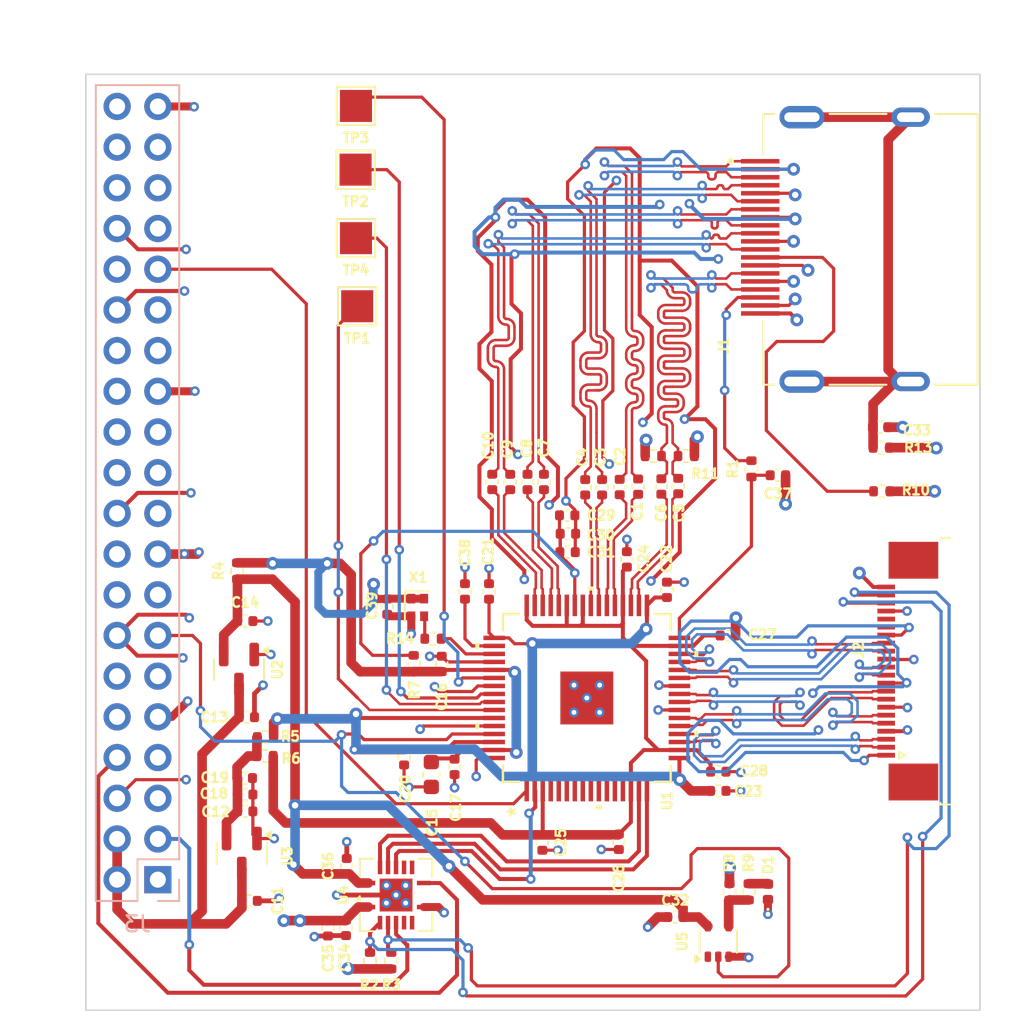
<source format=kicad_pcb>
(kicad_pcb (version 20240108) (generator "pcbnew") (generator_version "8.0")
  (layers (0 "F.Cu" signal) (1 "In1.Cu" signal) (2 "In2.Cu" signal) (31 "B.Cu" signal) (34 "B.Paste" user) (35 "F.Paste" user) (36 "B.SilkS" user "B.Silkscreen") (37 "F.SilkS" user "F.Silkscreen") (38 "B.Mask" user) (39 "F.Mask" user) (44 "Edge.Cuts" user))
  (net 0 "")
  (net 1 "/ML0_P")
  (net 2 "/M0_P")
  (net 3 "/M0_N")
  (net 4 "/ML0_N")
  (net 5 "/M1_P")
  (net 6 "/ML1_P")
  (net 7 "/ML1_N")
  (net 8 "/M1_N")
  (net 9 "/AUX_P")
  (net 10 "/AU_P")
  (net 11 "/AU_N")
  (net 12 "/AUX_N")
  (net 13 "/ML2_P")
  (net 14 "/M2_P")
  (net 15 "/M2_N")
  (net 16 "/ML2_N")
  (net 17 "/M3_P")
  (net 18 "/ML3_P")
  (net 19 "/M3_N")
  (net 20 "/ML3_N")
  (net 21 "GND")
  (net 22 "+5V")
  (net 23 "1.2V")
  (net 24 "1.8V")
  (net 25 "VCCIO")
  (net 26 "VCC")
  (net 27 "VCCA")
  (net 28 "VDDPLL")
  (net 29 "Net-(C33-Pad1)")
  (net 30 "+3.3V")
  (net 31 "Net-(U1-HPD)")
  (net 32 "Net-(D1-A)")
  (net 33 "/HPD")
  (net 34 "Net-(J1-Pad13)")
  (net 35 "/DA0_N")
  (net 36 "/DA3_P")
  (net 37 "/DA2_P")
  (net 39 "/DAC_P")
  (net 40 "/DA1_P")
  (net 41 "/DA0_P")
  (net 42 "/SCL")
  (net 43 "/SDA")
  (net 45 "/DAC_N")
  (net 46 "/DA2_N")
  (net 47 "/DA1_N")
  (net 48 "/DA3_N")
  (net 50 "/REFCLK")
  (net 51 "/EN")
  (net 52 "Net-(U1-TEST3)")
  (net 54 "/IRQ")
  (net 58 "/I2C_EN")
  (net 63 "/ADDR")
  (net 67 "Net-(R8-Pad2)")
  (net 68 "Net-(U1-REFCLK)")
  (net 69 "/IO_1")
  (net 70 "/IO_2")
  (net 71 "/IO_3")
  (net 72 "/IO_4")
  (net 80 "/SDA_D")
  (net 84 "/SCL_D")
  (net 85 "/EN_D")
  (footprint "Oscillator:Oscillator_SMD_Abracon_ASCO-4Pin_1.6x1.2mm" (layer "F.Cu") (at 115.65 108.65)
    (property "Reference" "X1")
    (property "Value" "ASCO")
  )
  (footprint "Capacitor_SMD:C_0402_1005Metric" (layer "F.Cu") (at 131.725 127.975 180)
    (property "Reference" "C32")
    (property "Value" "100nF")
  )
  (footprint "Capacitor_SMD:C_0402_1005Metric" (layer "F.Cu") (at 117.95 118.6 -90)
    (property "Reference" "C17")
    (property "Value" "100nF")
  )
  (footprint "Capacitor_SMD:C_0402_1005Metric" (layer "F.Cu") (at 125.02 104.05)
    (property "Reference" "C30")
    (property "Value" "100nF")
  )
  (footprint "Resistor_SMD:R_0402_1005Metric" (layer "F.Cu") (at 106.1525 116.75)
    (property "Reference" "R5")
    (property "Value" "0R")
  )
  (footprint "Capacitor_SMD:C_0402_1005Metric" (layer "F.Cu") (at 135 110.4)
    (property "Reference" "C27")
    (property "Value" "100nF")
  )
  (footprint "Resistor_SMD:R_0402_1005Metric" (layer "F.Cu") (at 104.3875 106.375 90)
    (property "Reference" "R4")
    (property "Value" "0R")
  )
  (footprint "Capacitor_SMD:C_0402_1005Metric" (layer "F.Cu") (at 113.75 108.6 90)
    (property "Reference" "C39")
    (property "Value" "100nF")
  )
  (footprint "Resistor_SMD:R_0402_1005Metric" (layer "F.Cu") (at 115.4 112.15 -90)
    (property "Reference" "R7")
    (property "Value" "0R")
  )
  (footprint "Capacitor_SMD:C_0402_1005Metric" (layer "F.Cu") (at 134.4 118.9)
    (property "Reference" "C28")
    (property "Value" "0.01uF")
  )
  (footprint "Capacitor_SMD:C_0402_1005Metric" (layer "F.Cu") (at 128.25 101.135 90)
    (property "Reference" "C2")
    (property "Value" "100nF")
  )
  (footprint "Capacitor_SMD:C_0402_1005Metric" (layer "F.Cu") (at 123.425 123.325 -90)
    (property "Reference" "C25")
    (property "Value" "100nF")
  )
  (footprint "Capacitor_SMD:C_0402_1005Metric" (layer "F.Cu") (at 125 105.2)
    (property "Reference" "C31")
    (property "Value" "0.01uF")
  )
  (footprint "Capacitor_SMD:C_0402_1005Metric" (layer "F.Cu") (at 134.4 120.1)
    (property "Reference" "C23")
    (property "Value" "100nF")
  )
  (footprint "Capacitor_SMD:C_0402_1005Metric" (layer "F.Cu") (at 117.15 112.175 90)
    (property "Reference" "C16")
    (property "Value" "100nF")
  )
  (footprint "Package_TO_SOT_SMD:SOT-23" (layer "F.Cu") (at 104.5 112.525 -90)
    (property "Reference" "U2")
    (property "Value" "MCP1700x-180xxTT")
  )
  (footprint "Resistor_SMD:R_0402_1005Metric" (layer "F.Cu") (at 132.4 99.2 180)
    (property "Reference" "R11")
    (property "Value" "100k")
  )
  (footprint "Capacitor_SMD:C_0402_1005Metric" (layer "F.Cu") (at 114.8 118 -90)
    (property "Reference" "C20")
    (property "Value" "1uF")
  )
  (footprint "Capacitor_SMD:C_0402_1005Metric" (layer "F.Cu") (at 124.975 102.9)
    (property "Reference" "C29")
    (property "Value" "1uF")
  )
  (footprint "Capacitor_SMD:C_0402_1005Metric" (layer "F.Cu") (at 104.8875 109.5)
    (property "Reference" "C14")
    (property "Value" "1uF")
  )
  (footprint "TestPoint:TestPoint_Pad_2.0x2.0mm" (layer "F.Cu") (at 111.875 89.85 180)
    (property "Reference" "TP1")
    (property "Value" "TP")
  )
  (footprint "Capacitor_SMD:C_0402_1005Metric" (layer "F.Cu") (at 128.2 123.28 -90)
    (property "Reference" "C26")
    (property "Value" "0.01uF")
  )
  (footprint "Footprints:MOLEX_47272-0001" (layer "F.Cu") (at 150.58 86.3 90)
    (property "Reference" "J1")
    (property "Value" "47272-0001")
  )
  (footprint "Capacitor_SMD:C_0402_1005Metric" (layer "F.Cu") (at 123.525 100.82 90)
    (property "Reference" "C7")
    (property "Value" "100nF")
  )
  (footprint "Footprints:ZQE64_TEX" (layer "F.Cu") (at 126.2 114.3 90)
    (property "Reference" "U1")
    (property "Value" "SN65DSI86IPAPRQ1")
  )
  (footprint "LED_SMD:LED_0402_1005Metric" (layer "F.Cu") (at 137.5 126.4 90)
    (property "Reference" "D1")
    (property "Value" "ORANGE")
  )
  (footprint "Capacitor_SMD:C_0402_1005Metric" (layer "F.Cu") (at 127.15 101.15 90)
    (property "Reference" "C3")
    (property "Value" "100nF")
  )
  (footprint "Capacitor_SMD:C_0402_1005Metric" (layer "F.Cu") (at 128.7 105.65 90)
    (property "Reference" "C24")
    (property "Value" "1uF")
  )
  (footprint "Capacitor_SMD:C_0402_1005Metric" (layer "F.Cu") (at 110.05 128.675 -90)
    (property "Reference" "C35")
    (property "Value" "1uF")
  )
  (footprint "Capacitor_SMD:C_0402_1005Metric" (layer "F.Cu") (at 120.3 100.815 90)
    (property "Reference" "C10")
    (property "Value" "100nF")
  )
  (footprint "Capacitor_SMD:C_0402_1005Metric" (layer "F.Cu") (at 104.9875 115.5)
    (property "Reference" "C13")
    (property "Value" "1uF")
  )
  (footprint "Resistor_SMD:R_0402_1005Metric" (layer "F.Cu") (at 130.35 99.2 180)
    (property "Reference" "R12" (hide yes))
    (property "Value" "100k")
  )
  (footprint "Capacitor_SMD:C_0402_1005Metric" (layer "F.Cu") (at 111.175 128.65 -90)
    (property "Reference" "C34")
    (property "Value" "100nF")
  )
  (footprint "Capacitor_SMD:C_0402_1005Metric" (layer "F.Cu") (at 131.9 101.075 90)
    (property "Reference" "C5")
    (property "Value" "100nF")
  )
  (footprint "Capacitor_SMD:C_0402_1005Metric" (layer "F.Cu") (at 130.85 101.1 90)
    (property "Reference" "C6")
    (property "Value" "100nF")
  )
  (footprint "Resistor_SMD:R_0402_1005Metric" (layer "F.Cu") (at 135.1 126.4 -90)
    (property "Reference" "R8")
    (property "Value" "1k")
  )
  (footprint "TestPoint:TestPoint_Pad_2.0x2.0mm" (layer "F.Cu") (at 111.8 85.6 180)
    (property "Reference" "TP4")
    (property "Value" "TP")
  )
  (footprint "TestPoint:TestPoint_Pad_2.0x2.0mm" (layer "F.Cu") (at 111.775 81.325 180)
    (property "Reference" "TP2")
    (property "Value" "TP")
  )
  (footprint "Capacitor_SMD:C_0402_1005Metric" (layer "F.Cu") (at 118.6 107.65 -90)
    (property "Reference" "C38")
    (property "Value" "100nF")
  )
  (footprint "Resistor_SMD:R_0402_1005Metric" (layer "F.Cu") (at 114 130.7 90)
    (property "Reference" "R3")
    (property "Value" "4.7k")
  )
  (footprint "Capacitor_SMD:C_0402_1005Metric" (layer "F.Cu") (at 144.5 97.4)
    (property "Reference" "C33")
    (property "Value" "1uF")
  )
  (footprint "Package_DFN_QFN:Texas_S-PVQFN-N14" (layer "F.Cu") (at 114.3 126.6 90)
    (property "Reference" "U4")
    (property "Value" "TXB0104RGY")
  )
  (footprint "Capacitor_SMD:C_0402_1005Metric" (layer "F.Cu") (at 105.1625 126.9625)
    (property "Reference" "C11")
    (property "Value" "1uF")
  )
  (footprint "Resistor_SMD:R_0402_1005Metric" (layer "F.Cu") (at 136.47 100 90)
    (property "Reference" "R1")
    (property "Value" "0R")
  )
  (footprint "Capacitor_SMD:C_0402_1005Metric" (layer "F.Cu") (at 129.4 101.11 90)
    (property "Reference" "C1")
    (property "Value" "100nF")
  )
  (footprint "Package_TO_SOT_SMD:SOT-353_SC-70-5" (layer "F.Cu") (at 134.4 129.5 90)
    (property "Reference" "U5")
    (property "Value" "74LVC1G07")
  )
  (footprint "Connector_FFC-FPC:TE_2-1734839-2_1x22-1MP_P0.5mm_Horizontal" (layer "F.Cu") (at 146.225 112.625 90)
    (property "Reference" "J2")
    (property "Value" "Conn_01x22_Socket")
  )
  (footprint "Capacitor_SMD:C_0402_1005Metric" (layer "F.Cu") (at 120.1 107.65 90)
    (property "Reference" "C21")
    (property "Value" "100nF")
  )
  (footprint "Package_TO_SOT_SMD:SOT-23" (layer "F.Cu") (at 104.675 124.0125 -90)
    (property "Reference" "U3")
    (property "Value" "MCP1700x-120xxTT")
  )
  (footprint "Capacitor_SMD:C_0402_1005Metric" (layer "F.Cu") (at 138.12 100.4 180)
    (property "Reference" "C37")
    (property "Value" "0.01uF")
  )
  (footprint "Capacitor_SMD:C_0402_1005Metric" (layer "F.Cu") (at 121.42 100.82 90)
    (property "Reference" "C9")
    (property "Value" "100nF")
  )
  (footprint "Resistor_SMD:R_0402_1005Metric" (layer "F.Cu") (at 136.3 126.4 90)
    (property "Reference" "R9")
    (property "Value" "348")
  )
  (footprint "Resistor_SMD:R_0402_1005Metric" (layer "F.Cu") (at 144.6 101.4 180)
    (property "Reference" "R10")
    (property "Value" "1M")
  )
  (footprint "Capacitor_SMD:C_0402_1005Metric" (layer "F.Cu") (at 131.2 107.55 90)
    (property "Reference" "C22")
    (property "Value" "0.01uF")
  )
  (footprint "Capacitor_SMD:C_0402_1005Metric" (layer "F.Cu") (at 122.5 100.82 90)
    (property "Reference" "C8")
    (property "Value" "100nF")
  )
  (footprint "Capacitor_SMD:C_0402_1005Metric" (layer "F.Cu") (at 104.8875 120.325)
    (property "Reference" "C18")
    (property "Value" "100nF")
  )
  (footprint "Resistor_SMD:R_0402_1005Metric" (layer "F.Cu") (at 116.6 110.6)
    (property "Reference" "R14")
    (property "Value" "0R")
  )
  (footprint "Capacitor_SMD:C_0402_1005Metric" (layer "F.Cu") (at 111.225 124.8 90)
    (property "Reference" "C36")
    (property "Value" "100nF")
  )
  (footprint "Resistor_SMD:R_0402_1005Metric" (layer "F.Cu") (at 106.1275 117.925)
    (property "Reference" "R6")
    (property "Value" "0R")
  )
  (footprint "Capacitor_SMD:C_0402_1005Metric" (layer "F.Cu") (at 126.1 101.15 90)
    (property "Reference" "C4")
    (property "Value" "100nF")
  )
  (footprint "Capacitor_SMD:C_0402_1005Metric" (layer "F.Cu") (at 104.8625 119.3)
    (property "Reference" "C19")
    (property "Value" "100nF")
  )
  (footprint "Resistor_SMD:R_0402_1005Metric" (layer "F.Cu") (at 144.57 98.675 180)
    (property "Reference" "R13")
    (property "Value" "1M")
  )
  (footprint "TestPoint:TestPoint_Pad_2.0x2.0mm" (layer "F.Cu") (at 111.8 77.35 180)
    (property "Reference" "TP3")
    (property "Value" "TP")
  )
  (footprint "Capacitor_SMD:C_0603_1608Metric" (layer "F.Cu") (at 116.5 119.075 -90)
    (property "Reference" "C15")
    (property "Value" "10uF")
  )
  (footprint "Resistor_SMD:R_0402_1005Metric" (layer "F.Cu") (at 112.675 130.7 90)
    (property "Reference" "R2")
    (property "Value" "4.7k")
  )
  (footprint "Capacitor_SMD:C_0402_1005Metric" (layer "F.Cu") (at 104.8875 121.375)
    (property "Reference" "C12")
    (property "Value" "1uF")
  )
  (footprint "Connector_PinSocket_2.54mm:PinSocket_2x20_P2.54mm_Vertical" (layer "B.Cu") (at 99.44 125.64)
    (property "Reference" "J3")
    (property "Value" "Conn_02x20_Odd_Even")
  )
  (gr_rect (start 94.95 75.375) (end 150.725 133.8) (stroke (width 0.1)) (fill none) (layer "Edge.Cuts"))
  (segment (start 134.899999 81.12) (end 132.12 81.12) (width 0.16) (layer "F.Cu") (net 1))
  (segment (start 129.7175 95.674422) (end 129.7175 95.484422) (width 0.16) (layer "F.Cu") (net 1))
  (segment (start 129.0175 93.004422) (end 129.0175 92.814422) (width 0.16) (layer "F.Cu") (net 1))
  (segment (start 129.0175 100.2475) (end 129.0175 96.374422) (width 0.16) (layer "F.Cu") (net 1))
  (segment (start 137.02 80.8) (end 135.219999 80.8) (width 0.16) (layer "F.Cu") (net 1))
  (segment (start 129.7175 93.894422) (end 129.7175 93.704422) (width 0.16) (layer "F.Cu") (net 1))
  (segment (start 128.545811 81.095) (end 127.545 81.095) (width 0.16) (layer "F.Cu") (net 1))
  (segment (start 129.0175 91.034422) (end 129.0175 90.5) (width 0.16) (layer "F.Cu") (net 1))
  (segment (start 135.219999 80.8) (end 134.899999 81.12) (width 0.16) (layer "F.Cu") (net 1))
  (segment (start 127.545 81.095) (end 127.3 80.85) (width 0.16) (layer "F.Cu") (net 1))
  (segment (start 129.0175 90.5) (end 129.0175 81.566689) (width 0.16) (layer "F.Cu") (net 1))
  (segment (start 129.0175 91.224422) (end 129.0175 91.034422) (width 0.16) (layer "F.Cu") (net 1))
  (segment (start 129.0175 81.566689) (end 128.545811 81.095) (width 0.16) (layer "F.Cu") (net 1))
  (segment (start 132.12 81.12) (end 131.85 80.85) (width 0.16) (layer "F.Cu") (net 1))
  (segment (start 129.0175 94.784422) (end 129.0175 94.594422) (width 0.16) (layer "F.Cu") (net 1))
  (segment (start 129.7175 92.114422) (end 129.7175 91.924422) (width 0.16) (layer "F.Cu") (net 1))
  (segment (start 129.4 100.63) (end 129.0175 100.2475) (width 0.16) (layer "F.Cu") (net 1))
  (via (at 127.3 80.85) (size 0.6) (drill 0.3) (layers "F.Cu" "B.Cu") (net 1))
  (via (at 131.85 80.85) (size 0.6) (drill 0.3) (layers "F.Cu" "B.Cu") (net 1))
  (arc (start 129.0175 92.814422) (mid 129.067292 92.694214) (end 129.1875 92.644422) (width 0.16) (layer "F.Cu") (net 1))
  (arc (start 129.1875 94.424422) (mid 129.562267 94.269189) (end 129.7175 93.894422) (width 0.16) (layer "F.Cu") (net 1))
  (arc (start 129.7175 93.704422) (mid 129.562267 93.329655) (end 129.1875 93.174422) (width 0.16) (layer "F.Cu") (net 1))
  (arc (start 129.1875 94.954422) (mid 129.067292 94.90463) (end 129.0175 94.784422) (width 0.16) (layer "F.Cu") (net 1))
  (arc (start 129.7175 95.484422) (mid 129.562267 95.109655) (end 129.1875 94.954422) (width 0.16) (layer "F.Cu") (net 1))
  (arc (start 129.1875 92.644422) (mid 129.562267 92.489189) (end 129.7175 92.114422) (width 0.16) (layer "F.Cu") (net 1))
  (arc (start 129.7175 91.924422) (mid 129.562267 91.549655) (end 129.1875 91.394422) (width 0.16) (layer "F.Cu") (net 1))
  (arc (start 129.0175 96.374422) (mid 129.067292 96.254214) (end 129.1875 96.204422) (width 0.16) (layer "F.Cu") (net 1))
  (arc (start 129.1875 91.394422) (mid 129.067292 91.34463) (end 129.0175 91.224422) (width 0.16) (layer "F.Cu") (net 1))
  (arc (start 129.0175 94.594422) (mid 129.067292 94.474214) (end 129.1875 94.424422) (width 0.16) (layer "F.Cu") (net 1))
  (arc (start 129.1875 93.174422) (mid 129.067292 93.12463) (end 129.0175 93.004422) (width 0.16) (layer "F.Cu") (net 1))
  (arc (start 129.1875 96.204422) (mid 129.562267 96.049189) (end 129.7175 95.674422) (width 0.16) (layer "F.Cu") (net 1))
  (segment (start 131.85 80.85) (end 131.605 81.095) (width 0.16) (layer "B.Cu") (net 1))
  (segment (start 131.605 81.095) (end 127.545 81.095) (width 0.16) (layer "B.Cu") (net 1))
  (segment (start 127.545 81.095) (end 127.3 80.85) (width 0.16) (layer "B.Cu") (net 1))
  (segment (start 129.012689 101.977311) (end 129.4 101.59) (width 0.16) (layer "F.Cu") (net 2))
  (segment (start 127.949999 108.5215) (end 127.949999 107.511849) (width 0.16) (layer "F.Cu") (net 2))
  (segment (start 127.879999 104.374561) (end 129.012689 103.241871) (width 0.16) (layer "F.Cu") (net 2))
  (segment (start 127.949999 107.511849) (end 127.879999 107.441849) (width 0.16) (layer "F.Cu") (net 2))
  (segment (start 129.012689 103.241871) (end 129.012689 101.977311) (width 0.16) (layer "F.Cu") (net 2))
  (segment (start 127.879999 107.441849) (end 127.879999 104.374561) (width 0.16) (layer "F.Cu") (net 2))
  (segment (start 127.52 107.441849) (end 127.52 104.22544) (width 0.16) (layer "F.Cu") (net 3))
  (segment (start 127.45 107.511849) (end 127.52 107.441849) (width 0.16) (layer "F.Cu") (net 3))
  (segment (start 128.25 101.615) (end 128.25 101.734688) (width 0.16) (layer "F.Cu") (net 3))
  (segment (start 128.25 101.734688) (end 128.652689 102.137377) (width 0.16) (layer "F.Cu") (net 3))
  (segment (start 127.52 104.22544) (end 128.652689 103.092751) (width 0.16) (layer "F.Cu") (net 3))
  (segment (start 128.652689 103.092751) (end 128.652689 102.137377) (width 0.16) (layer "F.Cu") (net 3))
  (segment (start 127.45 108.5215) (end 127.45 107.511849) (width 0.16) (layer "F.Cu") (net 3))
  (segment (start 137.02 81.8) (end 137.1 81.8) (width 0.16) (layer "F.Cu") (net 4))
  (segment (start 132.07 81.48) (end 133.6 81.48) (width 0.16) (layer "F.Cu") (net 4))
  (segment (start 128.6575 94.784422) (end 128.6575 94.594422) (width 0.16) (layer "F.Cu") (net 4))
  (segment (start 135.05107 81.631071) (end 135.219999 81.8) (width 0.16) (layer "F.Cu") (net 4))
  (segment (start 133.96 81.93) (end 134.05 81.93) (width 0.16) (layer "F.Cu") (net 4))
  (segment (start 128.6575 90.5) (end 128.6575 81.715809) (width 0.16) (layer "F.Cu") (net 4))
  (segment (start 128.25 100.655) (end 128.6575 100.2475) (width 0.16) (layer "F.Cu") (net 4))
  (segment (start 128.6575 93.004422) (end 128.6575 92.814422) (width 0.16) (layer "F.Cu") (net 4))
  (segment (start 135.219999 81.8) (end 137.02 81.8) (width 0.16) (layer "F.Cu") (net 4))
  (segment (start 134.23 81.75) (end 134.23 81.66) (width 0.16) (layer "F.Cu") (net 4))
  (segment (start 128.6575 100.2475) (end 128.6575 96.374422) (width 0.16) (layer "F.Cu") (net 4))
  (segment (start 128.6575 91.224422) (end 128.6575 91.034422) (width 0.16) (layer "F.Cu") (net 4))
  (segment (start 131.85 81.7) (end 132.07 81.48) (width 0.16) (layer "F.Cu") (net 4))
  (segment (start 127.545 81.455) (end 127.3 81.7) (width 0.16) (layer "F.Cu") (net 4))
  (segment (start 134.899999 81.48) (end 135.05107 81.631071) (width 0.16) (layer "F.Cu") (net 4))
  (segment (start 134.5 81.48) (end 134.899999 81.48) (width 0.16) (layer "F.Cu") (net 4))
  (segment (start 128.396691 81.455) (end 127.545 81.455) (width 0.16) (layer "F.Cu") (net 4))
  (segment (start 128.6575 91.034422) (end 128.6575 90.5) (width 0.16) (layer "F.Cu") (net 4))
  (segment (start 129.3575 93.894422) (end 129.3575 93.704422) (width 0.16) (layer "F.Cu") (net 4))
  (segment (start 133.78 81.66) (end 133.78 81.75) (width 0.16) (layer "F.Cu") (net 4))
  (segment (start 134.41 81.48) (end 134.5 81.48) (width 0.16) (layer "F.Cu") (net 4))
  (segment (start 129.3575 95.674422) (end 129.3575 95.484422) (width 0.16) (layer "F.Cu") (net 4))
  (segment (start 129.3575 92.114422) (end 129.3575 91.924422) (width 0.16) (layer "F.Cu") (net 4))
  (segment (start 128.6575 81.715809) (end 128.396691 81.455) (width 0.16) (layer "F.Cu") (net 4))
  (via (at 131.85 81.7) (size 0.6) (drill 0.3) (layers "F.Cu" "B.Cu") (net 4))
  (via (at 127.3 81.7) (size 0.6) (drill 0.3) (layers "F.Cu" "B.Cu") (net 4))
  (arc (start 129.3575 91.924422) (mid 129.307708 91.804214) (end 129.1875 91.754422) (width 0.16) (layer "F.Cu") (net 4))
  (arc (start 134.23 81.66) (mid 134.282721 81.532721) (end 134.41 81.48) (width 0.16) (layer "F.Cu") (net 4))
  (arc (start 129.1875 94.064422) (mid 129.307708 94.01463) (end 129.3575 93.894422) (width 0.16) (layer "F.Cu") (net 4))
  (arc (start 129.1875 95.844422) (mid 129.307708 95.79463) (end 129.3575 95.674422) (width 0.16) (layer "F.Cu") (net 4))
  (arc (start 129.1875 93.534422) (mid 128.812733 93.379189) (end 128.6575 93.004422) (width 0.16) (layer "F.Cu") (net 4))
  (arc (start 128.6575 94.594422) (mid 128.812733 94.219655) (end 129.1875 94.064422) (width 0.16) (layer "F.Cu") (net 4))
  (arc (start 129.1875 92.284422) (mid 129.307708 92.23463) (end 129.3575 92.114422) (width 0.16) (layer "F.Cu") (net 4))
  (arc (start 129.3575 95.484422) (mid 129.307708 95.364214) (end 129.1875 95.314422) (width 0.16) (layer "F.Cu") (net 4))
  (arc (start 128.6575 92.814422) (mid 128.812733 92.439655) (end 129.1875 92.284422) (width 0.16) (layer "F.Cu") (net 4))
  (arc (start 129.1875 95.314422) (mid 128.812733 95.159189) (end 128.6575 94.784422) (width 0.16) (layer "F.Cu") (net 4))
  (arc (start 128.6575 96.374422) (mid 128.812733 95.999655) (end 129.1875 95.844422) (width 0.16) (layer "F.Cu") (net 4))
  (arc (start 133.78 81.75) (mid 133.832721 81.877279) (end 133.96 81.93) (width 0.16) (layer "F.Cu") (net 4))
  (arc (start 129.3575 93.704422) (mid 129.307708 93.584214) (end 129.1875 93.534422) (width 0.16) (layer "F.Cu") (net 4))
  (arc (start 134.05 81.93) (mid 134.177279 81.877279) (end 134.23 81.75) (width 0.16) (layer "F.Cu") (net 4))
  (arc (start 133.6 81.48) (mid 133.727279 81.532721) (end 133.78 81.66) (width 0.16) (layer "F.Cu") (net 4))
  (arc (start 129.1875 91.754422) (mid 128.812733 91.599189) (end 128.6575 91.224422) (width 0.16) (layer "F.Cu") (net 4))
  (segment (start 131.605 81.455) (end 127.545 81.455) (width 0.16) (layer "B.Cu") (net 4))
  (segment (start 127.545 81.455) (end 127.3 81.7) (width 0.16) (layer "B.Cu") (net 4))
  (segment (start 131.85 81.7) (end 131.605 81.455) (width 0.16) (layer "B.Cu") (net 4))
  (segment (start 126.805 102.440001) (end 127.15 102.095001) (width 0.16) (layer "F.Cu") (net 5))
  (segment (start 126.88 107.441848) (end 126.88 104.22544) (width 0.16) (layer "F.Cu") (net 5))
  (segment (start 127.15 102.095001) (end 127.15 101.63) (width 0.16) (layer "F.Cu") (net 5))
  (segment (start 126.950001 108.5215) (end 126.950001 107.511849) (width 0.16) (layer "F.Cu") (net 5))
  (segment (start 126.88 104.22544) (end 126.805 104.15044) (width 0.16) (layer "F.Cu") (net 5))
  (segment (start 126.805 104.15044) (end 126.805 102.440001) (width 0.16) (layer "F.Cu") (net 5))
  (segment (start 126.950001 107.511849) (end 126.88 107.441848) (width 0.16) (layer "F.Cu") (net 5))
  (segment (start 126.805 93.1) (end 126.305 93.1) (width 0.16) (layer "F.Cu") (net 6))
  (segment (start 126.445 93.74) (end 126.945 93.74) (width 0.16) (layer "F.Cu") (net 6))
  (segment (start 126.282843 82.645441) (end 126.805 83.167598) (width 0.16) (layer "F.Cu") (net 6))
  (segment (start 126.165 93.24) (end 126.165 93.6) (width 0.16) (layer "F.Cu") (net 6))
  (segment (start 126.165 95.24) (end 126.165 95.6) (width 0.16) (layer "F.Cu") (net 6))
  (segment (start 134.466891 82.305823) (end 134.596891 82.305823) (width 0.16) (layer "F.Cu") (net 6))
  (segment (start 127.445 94.24) (end 127.445 94.6) (width 0.16) (layer "F.Cu") (net 6))
  (segment (start 134.956891 82.535823) (end 135 82.535823) (width 0.16) (layer "F.Cu") (net 6))
  (segment (start 135.166827 82.368996) (end 135.235823 82.3) (width 0.16) (layer "F.Cu") (net 6))
  (segment (start 133.4 82.315823) (end 133.62 82.535823) (width 0.16) (layer "F.Cu") (net 6))
  (segment (start 126.805 83.167598) (end 126.805 91.6) (width 0.16) (layer "F.Cu") (net 6))
  (segment (start 126.305 93.74) (end 126.445 93.74) (width 0.16) (layer "F.Cu") (net 6))
  (segment (start 134.826891 82.535823) (end 134.956891 82.535823) (width 0.16) (layer "F.Cu") (net 6))
  (segment (start 126.945 95.1) (end 126.805 95.1) (width 0.16) (layer "F.Cu") (net 6))
  (segment (start 126.805 96.24) (end 126.805 96.6) (width 0.16) (layer "F.Cu") (net 6))
  (segment (start 126.945 93.1) (end 126.805 93.1) (width 0.16) (layer "F.Cu") (net 6))
  (segment (start 126.282843 82.334314) (end 126.282843 82.645441) (width 0.16) (layer "F.Cu") (net 6))
  (segment (start 127.445 92.24) (end 127.445 92.6) (width 0.16) (layer "F.Cu") (net 6))
  (segment (start 126.805 96.6) (end 126.805 97.73709) (width 0.16) (layer "F.Cu") (net 6))
  (segment (start 133.62 82.535823) (end 134.236891 82.535823) (width 0.16) (layer "F.Cu") (net 6))
  (segment (start 135.235823 82.3) (end 137.02 82.3) (width 0.16) (layer "F.Cu") (net 6))
  (segment (start 126.805 97.73709) (end 126.805 99.859999) (width 0.16) (layer "F.Cu") (net 6))
  (segment (start 126.805 99.859999) (end 127.15 100.204999) (width 0.16) (layer "F.Cu") (net 6))
  (segment (start 127.15 100.204999) (end 127.15 100.67) (width 0.16) (layer "F.Cu") (net 6))
  (segment (start 126.805 95.1) (end 126.305 95.1) (width 0.16) (layer "F.Cu") (net 6))
  (segment (start 135 82.535823) (end 135.166827 82.368996) (width 0.16) (layer "F.Cu") (net 6))
  (via (at 133.4 82.315823) (size 0.6) (drill 0.3) (layers "F.Cu" "B.Cu") (net 6))
  (via (at 126.282843 82.334314) (size 0.6) (drill 0.3) (layers "F.Cu" "B.Cu") (net 6))
  (arc (start 134.351891 82.420823) (mid 134.385574 82.339506) (end 134.466891 82.305823) (width 0.16) (layer "F.Cu") (net 6))
  (arc (start 126.945 91.74) (mid 127.298553 91.886447) (end 127.445 92.24) (width 0.16) (layer "F.Cu") (net 6))
  (arc (start 126.165 93.6) (mid 126.206005 93.698995) (end 126.305 93.74) (width 0.16) (layer "F.Cu") (net 6))
  (arc (start 126.305 95.1) (mid 126.206005 95.141005) (end 126.165 95.24) (width 0.16) (layer "F.Cu") (net 6))
  (arc (start 126.305 95.74) (mid 126.658553 95.886447) (end 126.805 96.24) (width 0.16) (layer "F.Cu") (net 6))
  (arc (start 126.305 93.1) (mid 126.206005 93.141005) (end 126.165 93.24) (width 0.16) (layer "F.Cu") (net 6))
  (arc (start 127.445 92.6) (mid 127.298553 92.953553) (end 126.945 93.1) (width 0.16) (layer "F.Cu") (net 6))
  (arc (start 126.805 91.6) (mid 126.846005 91.698995) (end 126.945 91.74) (width 0.16) (layer "F.Cu") (net 6))
  (arc (start 134.596891 82.305823) (mid 134.678208 82.339506) (end 134.711891 82.420823) (width 0.16) (layer "F.Cu") (net 6))
  (arc (start 134.711891 82.420823) (mid 134.745574 82.50214) (end 134.826891 82.535823) (width 0.16) (layer "F.Cu") (net 6))
  (arc (start 134.236891 82.535823) (mid 134.318208 82.50214) (end 134.351891 82.420823) (width 0.16) (layer "F.Cu") (net 6))
  (arc (start 126.165 95.6) (mid 126.206005 95.698995) (end 126.305 95.74) (width 0.16) (layer "F.Cu") (net 6))
  (arc (start 126.945 93.74) (mid 127.298553 93.886447) (end 127.445 94.24) (width 0.16) (layer "F.Cu") (net 6))
  (arc (start 127.445 94.6) (mid 127.298553 94.953553) (end 126.945 95.1) (width 0.16) (layer "F.Cu") (net 6))
  (segment (start 126.484352 82.535823) (end 126.282843 82.334314) (width 0.16) (layer "B.Cu") (net 6))
  (segment (start 133.18 82.535823) (end 126.484352 82.535823) (width 0.16) (layer "B.Cu") (net 6))
  (segment (start 133.4 82.315823) (end 133.18 82.535823) (width 0.16) (layer "B.Cu") (net 6))
  (segment (start 126.445 97.73709) (end 126.445 99.859999) (width 0.16) (layer "F.Cu") (net 7))
  (segment (start 126.805 94.74) (end 126.305 94.74) (width 0.16) (layer "F.Cu") (net 7))
  (segment (start 126.445 96.6) (end 126.445 97.73709) (width 0.16) (layer "F.Cu") (net 7))
  (segment (start 126.805 92.74) (end 126.305 92.74) (width 0.16) (layer "F.Cu") (net 7))
  (segment (start 125.717157 82.9) (end 126.028284 82.9) (width 0.16) (layer "F.Cu") (net 7))
  (segment (start 125.805 95.24) (end 125.805 95.6) (width 0.16) (layer "F.Cu") (net 7))
  (segment (start 126.945 94.74) (end 126.805 94.74) (width 0.16) (layer "F.Cu") (net 7))
  (segment (start 126.1 100.204999) (end 126.1 100.67) (width 0.16) (layer "F.Cu") (net 7))
  (segment (start 126.445 99.859999) (end 126.1 100.204999) (width 0.16) (layer "F.Cu") (net 7))
  (segment (start 125.805 93.24) (end 125.805 93.6) (width 0.16) (layer "F.Cu") (net 7))
  (segment (start 126.445 83.316716) (end 126.445 91.6) (width 0.16) (layer "F.Cu") (net 7))
  (segment (start 133.62 82.895823) (end 135.195823 82.895823) (width 0.16) (layer "F.Cu") (net 7))
  (segment (start 126.445 94.1) (end 126.945 94.1) (width 0.16) (layer "F.Cu") (net 7))
  (segment (start 127.085 94.24) (end 127.085 94.6) (width 0.16) (layer "F.Cu") (net 7))
  (segment (start 133.4 83.115823) (end 133.62 82.895823) (width 0.16) (layer "F.Cu") (net 7))
  (segment (start 135.195823 82.895823) (end 135.6 83.3) (width 0.16) (layer "F.Cu") (net 7))
  (segment (start 126.445 96.24) (end 126.445 96.6) (width 0.16) (layer "F.Cu") (net 7))
  (segment (start 135.6 83.3) (end 137.02 83.3) (width 0.16) (layer "F.Cu") (net 7))
  (segment (start 126.305 94.1) (end 126.445 94.1) (width 0.16) (layer "F.Cu") (net 7))
  (segment (start 126.028284 82.9) (end 126.445 83.316716) (width 0.16) (layer "F.Cu") (net 7))
  (segment (start 127.085 92.24) (end 127.085 92.6) (width 0.16) (layer "F.Cu") (net 7))
  (segment (start 126.945 92.74) (end 126.805 92.74) (width 0.16) (layer "F.Cu") (net 7))
  (via (at 133.4 83.115823) (size 0.6) (drill 0.3) (layers "F.Cu" "B.Cu") (net 7))
  (via (at 125.717157 82.9) (size 0.6) (drill 0.3) (layers "F.Cu" "B.Cu") (net 7))
  (arc (start 126.305 92.74) (mid 125.951447 92.886447) (end 125.805 93.24) (width 0.16) (layer "F.Cu") (net 7))
  (arc (start 125.805 95.6) (mid 125.951447 95.953553) (end 126.305 96.1) (width 0.16) (layer "F.Cu") (net 7))
  (arc (start 126.305 96.1) (mid 126.403995 96.141005) (end 126.445 96.24) (width 0.16) (layer "F.Cu") (net 7))
  (arc (start 127.085 94.6) (mid 127.043995 94.698995) (end 126.945 94.74) (width 0.16) (layer "F.Cu") (net 7))
  (arc (start 126.945 94.1) (mid 127.043995 94.141005) (end 127.085 94.24) (width 0.16) (layer "F.Cu") (net 7))
  (arc (start 127.085 92.6) (mid 127.043995 92.698995) (end 126.945 92.74) (width 0.16) (layer "F.Cu") (net 7))
  (arc (start 126.445 91.6) (mid 126.591447 91.953553) (end 126.945 92.1) (width 0.16) (layer "F.Cu") (net 7))
  (arc (start 126.945 92.1) (mid 127.043995 92.141005) (end 127.085 92.24) (width 0.16) (layer "F.Cu") (net 7))
  (arc (start 126.305 94.74) (mid 125.951447 94.886447) (end 125.805 95.24) (width 0.16) (layer "F.Cu") (net 7))
  (arc (start 125.805 93.6) (mid 125.951447 93.953553) (end 126.305 94.1) (width 0.16) (layer "F.Cu") (net 7))
  (segment (start 125.721334 82.895823) (end 125.717157 82.9) (width 0.16) (layer "B.Cu") (net 7))
  (segment (start 133.4 83.115823) (end 133.18 82.895823) (width 0.16) (layer "B.Cu") (net 7))
  (segment (start 133.18 82.895823) (end 125.721334 82.895823) (width 0.16) (layer "B.Cu") (net 7))
  (segment (start 126.445 102.440001) (end 126.1 102.095001) (width 0.16) (layer "F.Cu") (net 8))
  (segment (start 126.520001 104.374561) (end 126.445 104.29956) (width 0.16) (layer "F.Cu") (net 8))
  (segment (start 126.45 107.511849) (end 126.520001 107.441848) (width 0.16) (layer "F.Cu") (net 8))
  (segment (start 126.445 104.29956) (end 126.445 102.440001) (width 0.16) (layer "F.Cu") (net 8))
  (segment (start 126.45 108.5215) (end 126.45 107.511849) (width 0.16) (layer "F.Cu") (net 8))
  (segment (start 126.520001 107.441848) (end 126.520001 104.374561) (width 0.16) (layer "F.Cu") (net 8))
  (segment (start 126.1 102.095001) (end 126.1 101.63) (width 0.16) (layer "F.Cu") (net 8))
  (segment (start 131.015 93.38556) (end 131.015 93.63556) (width 0.16) (layer "F.Cu") (net 9))
  (segment (start 132.645 92.64156) (end 132.645 92.79956) (width 0.16) (layer "F.Cu") (net 9))
  (segment (start 131.89 99.2) (end 131.89 99.25) (width 0.16) (layer "F.Cu") (net 9))
  (segment (start 131.555 94.87556) (end 131.105 94.87556) (width 0.16) (layer "F.Cu") (net 9))
  (segment (start 130.3 87.95) (end 130.47 88.12) (width 0.16) (layer "F.Cu") (net 9))
  (segment (start 131.555 100.305) (end 131.845 100.595) (width 0.16) (layer "F.Cu") (net 9))
  (segment (start 131.691 90.13556) (end 131.105 90.13556) (width 0.16) (layer "F.Cu") (net 9))
  (segment (start 131.555 97.58556) (end 131.555 98.25) (width 0.16) (layer "F.Cu") (net 9))
  (segment (start 131.749 96.45556) (end 131.555 96.45556) (width 0.16) (layer "F.Cu") (net 9))
  (segment (start 131.195 93.72556) (end 132.149 93.72556) (width 0.16) (layer "F.Cu") (net 9))
  (segment (start 132.645 89.48156) (end 132.645 89.63956) (width 0.16) (layer "F.Cu") (net 9))
  (segment (start 131.845 100.595) (end 131.9 100.595) (width 0.16) (layer "F.Cu") (net 9))
  (segment (start 131.89 98.719999) (end 131.89 99.2) (width 0.16) (layer "F.Cu") (net 9))
  (segment (start 134.35 88.12) (end 134.27 88.12) (width 0.16) (layer "F.Cu") (net 9))
  (segment (start 132.245 95.80156) (end 132.245 95.95956) (width 0.16) (layer "F.Cu") (net 9))
  (segment (start 132.149 91.71556) (end 131.555 91.71556) (width 0.16) (layer "F.Cu") (net 9))
  (segment (start 131.555 91.71556) (end 131.105 91.71556) (width 0.16) (layer "F.Cu") (net 9))
  (segment (start 131.555 88.73794) (end 131.555 88.84956) (width 0.16) (layer "F.Cu") (net 9))
  (segment (start 131.555 99.585) (end 131.555 100.305) (width 0.16) (layer "F.Cu") (net 9))
  (segment (start 131.195 92.14556) (end 132.149 92.14556) (width 0.16) (layer "F.Cu") (net 9))
  (segment (start 131.89 99.25) (end 131.555 99.585) (width 0.16) (layer "F.Cu") (net 9))
  (segment (start 131.105 90.56556) (end 131.195 90.56556) (width 0.16) (layer "F.Cu") (net 9))
  (segment (start 131.015 91.80556) (end 131.015 92.05556) (width 0.16) (layer "F.Cu") (net 9))
  (segment (start 130.47 88.12) (end 130.97456 88.12) (width 0.16) (layer "F.Cu") (net 9))
  (segment (start 131.195 95.30556) (end 131.749 95.30556) (width 0.16) (layer "F.Cu") (net 9))
  (segment (start 131.105 95.30556) (end 131.195 95.30556) (width 0.16) (layer "F.Cu") (net 9))
  (segment (start 131.105 92.14556) (end 131.195 92.14556) (width 0.16) (layer "F.Cu") (net 9))
  (segment (start 131.555 98.384999) (end 131.89 98.719999) (width 0.16) (layer "F.Cu") (net 9))
  (segment (start 131.555 96.45556) (end 131.105 96.45556) (width 0.16) (layer "F.Cu") (net 9))
  (segment (start 132.645 91.06156) (end 132.645 91.21956) (width 0.16) (layer "F.Cu") (net 9))
  (segment (start 135.219999 87.8) (end 134.899999 88.12) (width 0.16) (layer "F.Cu") (net 9))
  (segment (start 137.02 87.8) (end 135.219999 87.8) (width 0.16) (layer "F.Cu") (net 9))
  (segment (start 131.015 90.22556) (end 131.015 90.47556) (width 0.16) (layer "F.Cu") (net 9))
  (segment (start 131.195 90.56556) (end 132.149 90.56556) (width 0.16) (layer "F.Cu") (net 9))
  (segment (start 131.555 98.25) (end 131.555 98.384999) (width 0.16) (layer "F.Cu") (net 9))
  (segment (start 131.555 97.33556) (end 131.555 97.58556) (width 0.16) (layer "F.Cu") (net 9))
  (segment (start 131.555 88.70044) (end 131.555 88.73794) (width 0.16) (layer "F.Cu") (net 9))
  (segment (start 131.691 88.98556) (end 132.149 88.98556) (width 0.16) (layer "F.Cu") (net 9))
  (segment (start 131.105 93.72556) (end 131.195 93.72556) (width 0.16) (layer "F.Cu") (net 9))
  (segment (start 134.27 88.12) (end 134.1 87.95) (width 0.16) (layer "F.Cu") (net 9))
  (segment (start 134.899999 88.12) (end 134.35 88.12) (width 0.16) (layer "F.Cu") (net 9))
  (segment (start 132.645 94.22156) (end 132.645 94.37956) (width 0.16) (layer "F.Cu") (net 9))
  (segment (start 131.015 96.54556) (end 131.015 96.79556) (width 0.16) (layer "F.Cu") (net 9))
  (segment (start 132.149 90.13556) (end 131.691 90.13556) (width 0.16) (layer "F.Cu") (net 9))
  (segment (start 132.149 93.29556) (end 131.555 93.29556) (width 0.16) (layer "F.Cu") (net 9))
  (segment (start 130.97456 88.12) (end 131.555 88.70044) (width 0.16) (layer "F.Cu") (net 9))
  (segment (start 131.555 93.29556) (end 131.105 93.29556) (width 0.16) (layer "F.Cu") (net 9))
  (segment (start 131.015 94.96556) (end 131.015 95.21556) (width 0.16) (layer "F.Cu") (net 9))
  (segment (start 132.149 94.87556) (end 131.555 94.87556) (width 0.16) (layer "F.Cu") (net 9))
  (via (at 134 87.9) (size 0.6) (drill 0.3) (layers "F.Cu" "B.Cu") (net 9))
  (via (at 130.2 87.9) (size 0.6) (drill 0.3) (layers "F.Cu" "B.Cu") (net 9))
  (arc (start 132.645 94.37956) (mid 132.499725 94.730285) (end 132.149 94.87556) (width 0.16) (layer "F.Cu") (net 9))
  (arc (start 132.149 88.98556) (mid 132.499725 89.130835) (end 132.645 89.48156) (width 0.16) (layer "F.Cu") (net 9))
  (arc (start 132.245 95.95956) (mid 132.099725 96.310285) (end 131.749 96.45556) (width 0.16) (layer "F.Cu") (net 9))
  (arc (start 131.555 88.84956) (mid 131.594833 88.945727) (end 131.691 88.98556) (width 0.16) (layer "F.Cu") (net 9))
  (arc (start 131.105 96.45556) (mid 131.04136 96.48192) (end 131.015 96.54556) (width 0.16) (layer "F.Cu") (net 9))
  (arc (start 131.015 93.63556) (mid 131.04136 93.6992) (end 131.105 93.72556) (width 0.16) (layer "F.Cu") (net 9))
  (arc (start 132.645 92.79956) (mid 132.499725 93.150285) (end 132.149 93.29556) (width 0.16) (layer "F.Cu") (net 9))
  (arc (start 131.105 96.88556) (mid 131.423198 97.017362) (end 131.555 97.33556) (width 0.16) (layer "F.Cu") (net 9))
  (arc (start 132.149 93.72556) (mid 132.499725 93.870835) (end 132.645 94.22156) (width 0.16) (layer "F.Cu") (net 9))
  (arc (start 131.749 95.30556) (mid 132.099725 95.450835) (end 132.245 95.80156) (width 0.16) (layer "F.Cu") (net 9))
  (arc (start 132.149 90.56556) (mid 132.499725 90.710835) (end 132.645 91.06156) (width 0.16) (layer "F.Cu") (net 9))
  (arc (start 131.015 96.79556) (mid 131.04136 96.8592) (end 131.105 96.88556) (width 0.16) (layer "F.Cu") (net 9))
  (arc (start 131.105 90.13556) (mid 131.04136 90.16192) (end 131.015 90.22556) (width 0.16) (layer "F.Cu") (net 9))
  (arc (start 132.645 89.63956) (mid 132.499725 89.990285) (end 132.149 90.13556) (width 0.16) (layer "F.Cu") (net 9))
  (arc (start 131.015 90.47556) (mid 131.04136 90.5392) (end 131.105 90.56556) (width 0.16) (layer "F.Cu") (net 9))
  (arc (start 131.015 95.21556) (mid 131.04136 95.2792) (end 131.105 95.30556) (width 0.16) (layer "F.Cu") (net 9))
  (arc (start 131.105 94.87556) (mid 131.04136 94.90192) (end 131.015 94.96556) (width 0.16) (layer "F.Cu") (net 9))
  (arc (start 132.645 91.21956) (mid 132.499725 91.570285) (end 132.149 91.71556) (width 0.16) (layer "F.Cu") (net 9))
  (arc (start 131.105 91.71556) (mid 131.04136 91.74192) (end 131.015 91.80556) (width 0.16) (layer "F.Cu") (net 9))
  (arc (start 132.149 92.14556) (mid 132.499725 92.290835) (end 132.645 92.64156) (width 0.16) (layer "F.Cu") (net 9))
  (arc (start 131.015 92.05556) (mid 131.04136 92.1192) (end 131.105 92.14556) (width 0.16) (layer "F.Cu") (net 9))
  (arc (start 131.105 93.29556) (mid 131.04136 93.32192) (end 131.015 93.38556) (width 0.16) (layer "F.Cu") (net 9))
  (segment (start 134 87.9) (end 133.78 88.12) (width 0.16) (layer "B.Cu") (net 9))
  (segment (start 130.42 88.12) (end 130.2 87.9) (width 0.16) (layer "B.Cu") (net 9))
  (segment (start 133.78 88.12) (end 130.42 88.12) (width 0.16) (layer "B.Cu") (net 9))
  (segment (start 131.9 101.555) (end 131.5425 101.9125) (width 0.16) (layer "F.Cu") (net 10))
  (segment (start 131.5425 104.878058) (end 129.38 107.040558) (width 0.16) (layer "F.Cu") (net 10))
  (segment (start 131.5425 101.9125) (end 131.5425 104.878058) (width 0.16) (layer "F.Cu") (net 10))
  (segment (start 129.38 107.040558) (end 129.38 107.441848) (width 0.16) (layer "F.Cu") (net 10))
  (segment (start 129.450001 107.511849) (end 129.450001 108.5215) (width 0.16) (layer "F.Cu") (net 10))
  (segment (start 129.38 107.441848) (end 129.450001 107.511849) (width 0.16) (layer "F.Cu") (net 10))
  (segment (start 129.020001 107.441848) (end 128.95 107.511849) (width 0.16) (layer "F.Cu") (net 11))
  (segment (start 129.020001 106.891437) (end 129.020001 107.441848) (width 0.16) (layer "F.Cu") (net 11))
  (segment (start 130.85 101.58) (end 131.1825 101.9125) (width 0.16) (layer "F.Cu") (net 11))
  (segment (start 128.95 107.511849) (end 128.95 108.5215) (width 0.16) (layer "F.Cu") (net 11))
  (segment (start 131.1825 101.9125) (end 131.1825 104.728938) (width 0.16) (layer "F.Cu") (net 11))
  (segment (start 131.1825 104.728938) (end 129.020001 106.891437) (width 0.16) (layer "F.Cu") (net 11))
  (segment (start 132.285 94.22156) (end 132.285 94.37956) (width 0.16) (layer "F.Cu") (net 12))
  (segment (start 130.86 99.25) (end 131.195 99.585) (width 0.16) (layer "F.Cu") (net 12))
  (segment (start 134.899999 88.48) (end 134.22 88.48) (width 0.16) (layer "F.Cu") (net 12))
  (segment (start 130.655 94.96556) (end 130.655 95.21556) (width 0.16) (layer "F.Cu") (net 12))
  (segment (start 137.02 88.8) (end 135.219999 88.8) (width 0.16) (layer "F.Cu") (net 12))
  (segment (start 131.195 98.384999) (end 130.86 98.719999) (width 0.16) (layer "F.Cu") (net 12))
  (segment (start 131.195 99.585) (end 131.195 100.275) (width 0.16) (layer "F.Cu") (net 12))
  (segment (start 131.105 95.66556) (end 131.195 95.66556) (width 0.16) (layer "F.Cu") (net 12))
  (segment (start 132.285 89.48156) (end 132.285 89.63956) (width 0.16) (layer "F.Cu") (net 12))
  (segment (start 130.82544 88.48) (end 131.195 88.84956) (width 0.16) (layer "F.Cu") (net 12))
  (segment (start 130.655 90.22556) (end 130.655 90.47556) (width 0.16) (layer "F.Cu") (net 12))
  (segment (start 132.149 89.77556) (end 131.691 89.77556) (width 0.16) (layer "F.Cu") (net 12))
  (segment (start 132.149 91.35556) (end 131.555 91.35556) (width 0.16) (layer "F.Cu") (net 12))
  (segment (start 131.885 95.80156) (end 131.885 95.95956) (width 0.16) (layer "F.Cu") (net 12))
  (segment (start 130.655 93.38556) (end 130.655 93.63556) (width 0.16) (layer "F.Cu") (net 12))
  (segment (start 131.105 94.08556) (end 131.195 94.08556) (width 0.16) (layer "F.Cu") (net 12))
  (segment (start 131.195 90.92556) (end 132.149 90.92556) (width 0.16) (layer "F.Cu") (net 12))
  (segment (start 131.691 89.34556) (end 132.149 89.34556) (width 0.16) (layer "F.Cu") (net 12))
  (segment (start 131.195 92.50556) (end 132.149 92.50556) (width 0.16) (layer "F.Cu") (net 12))
  (segment (start 131.105 92.50556) (end 131.195 92.50556) (width 0.16) (layer "F.Cu") (net 12))
  (segment (start 130.86 98.719999) (end 130.86 99.2) (width 0.16) (layer "F.Cu") (net 12))
  (segment (start 132.149 92.93556) (end 131.555 92.93556) (width 0.16) (layer "F.Cu") (net 12))
  (segment (start 131.195 97.33556) (end 131.195 97.58556) (width 0.16) (layer "F.Cu") (net 12))
  (segment (start 131.555 91.35556) (end 131.105 91.35556) (width 0.16) (layer "F.Cu") (net 12))
  (segment (start 131.195 98.25) (end 131.195 98.384999) (width 0.16) (layer "F.Cu") (net 12))
  (segment (start 132.285 91.06156) (end 132.285 91.21956) (width 0.16) (layer "F.Cu") (net 12))
  (segment (start 131.749 96.09556) (end 131.555 96.09556) (width 0.16) (layer "F.Cu") (net 12))
  (segment (start 135.219999 88.8) (end 134.899999 88.48) (width 0.16) (layer "F.Cu") (net 12))
  (segment (start 132.149 94.51556) (end 131.555 94.51556) (width 0.16) (layer "F.Cu") (net 12))
  (segment (start 130.3 88.65) (end 130.47 88.48) (width 0.16) (layer "F.Cu") (net 12))
  (segment (start 131.691 89.77556) (end 131.105 89.77556) (width 0.16) (layer "F.Cu") (net 12))
  (segment (start 130.47 88.48) (end 130.82544 88.48) (width 0.16) (layer "F.Cu") (net 12))
  (segment (start 131.555 94.51556) (end 131.105 94.51556) (width 0.16) (layer "F.Cu") (net 12))
  (segment (start 130.86 99.2) (end 130.86 99.25) (width 0.16) (layer "F.Cu") (net 12))
  (segment (start 131.195 97.58556) (end 131.195 98.25) (width 0.16) (layer "F.Cu") (net 12))
  (segment (start 130.655 91.80556) (end 130.655 92.05556) (width 0.16) (layer "F.Cu") (net 12))
  (segment (start 132.285 92.64156) (end 132.285 92.79956) (width 0.16) (layer "F.Cu") (net 12))
  (segment (start 131.195 94.08556) (end 132.149 94.08556) (width 0.16) (layer "F.Cu") (net 12))
  (segment (start 131.555 92.93556) (end 131.105 92.93556) (width 0.16) (layer "F.Cu") (net 12))
  (segment (start 131.195 100.275) (end 130.85 100.62) (width 0.16) (layer "F.Cu") (net 12))
  (segment (start 131.105 90.92556) (end 131.195 90.92556) (width 0.16) (layer "F.Cu") (net 12))
  (segment (start 134.22 88.48) (end 134.1 88.6) (width 0.16) (layer "F.Cu") (net 12))
  (segment (start 131.195 95.66556) (end 131.749 95.66556) (width 0.16) (layer "F.Cu") (net 12))
  (segment (start 130.655 96.54556) (end 130.655 96.79556) (width 0.16) (layer "F.Cu") (net 12))
  (segment (start 131.555 96.09556) (end 131.105 96.09556) (width 0.16) (layer "F.Cu") (net 12))
  (via (at 134 88.7) (size 0.6) (drill 0.3) (layers "F.Cu" "B.Cu") (net 12))
  (via (at 130.2 88.7) (size 0.6) (drill 0.3) (layers "F.Cu" "B.Cu") (net 12))
  (arc (start 132.149 94.08556) (mid 132.245167 94.125393) (end 132.285 94.22156) (width 0.16) (layer "F.Cu") (net 12))
  (arc (start 131.885 95.95956) (mid 131.845167 96.055727) (end 131.749 96.09556) (width 0.16) (layer "F.Cu") (net 12))
  (arc (start 130.655 96.79556) (mid 130.786802 97.113758) (end 131.105 97.24556) (width 0.16) (layer "F.Cu") (net 12))
  (arc (start 131.105 89.77556) (mid 130.786802 89.907362) (end 130.655 90.22556) (width 0.16) (layer "F.Cu") (net 12))
  (arc (start 131.105 96.09556) (mid 130.786802 96.227362) (end 130.655 96.54556) (width 0.16) (layer "F.Cu") (net 12))
  (arc (start 130.655 90.47556) (mid 130.786802 90.793758) (end 131.105 90.92556) (width 0.16) (layer "F.Cu") (net 12))
  (arc (start 132.149 90.92556) (mid 132.245167 90.965393) (end 132.285 91.06156) (width 0.16) (layer "F.Cu") (net 12))
  (arc (start 132.285 91.21956) (mid 132.245167 91.315727) (end 132.149 91.35556) (width 0.16) (layer "F.Cu") (net 12))
  (arc (start 130.655 95.21556) (mid 130.786802 95.533758) (end 131.105 95.66556) (width 0.16) (layer "F.Cu") (net 12))
  (arc (start 132.149 92.50556) (mid 132.245167 92.545393) (end 132.285 92.64156) (width 0.16) (layer "F.Cu") (net 12))
  (arc (start 131.105 97.24556) (mid 131.16864 97.27192) (end 131.195 97.33556) (width 0.16) (layer "F.Cu") (net 12))
  (arc (start 131.105 94.51556) (mid 130.786802 94.647362) (end 130.655 94.96556) (width 0.16) (layer "F.Cu") (net 12))
  (arc (start 132.149 89.34556) (mid 132.245167 89.385393) (end 132.285 89.48156) (width 0.16) (layer "F.Cu") (net 12))
  (arc (start 131.105 92.93556) (mid 130.786802 93.067362) (end 130.655 93.38556) (width 0.16) (layer "F.Cu") (net 12))
  (arc (start 130.655 93.63556) (mid 130.786802 93.953758) (end 131.105 94.08556) (width 0.16) (layer "F.Cu") (net 12))
  (arc (start 131.105 91.35556) (mid 130.786802 91.487362) (end 130.655 91.80556) (width 0.16) (layer "F.Cu") (net 12))
  (arc (start 131.195 88.84956) (mid 131.340275 89.200285) (end 131.691 89.34556) (width 0.16) (layer "F.Cu") (net 12))
  (arc (start 130.655 92.05556) (mid 130.786802 92.373758) (end 131.105 92.50556) (width 0.16) (layer "F.Cu") (net 12))
  (arc (start 132.285 92.79956) (mid 132.245167 92.895727) (end 132.149 92.93556) (width 0.16) (layer "F.Cu") (net 12))
  (arc (start 131.749 95.66556) (mid 131.845167 95.705393) (end 131.885 95.80156) (width 0.16) (layer "F.Cu") (net 12))
  (arc (start 132.285 89.63956) (mid 132.245167 89.735727) (end 132.149 89.77556) (width 0.16) (layer "F.Cu") (net 12))
  (arc (start 132.285 94.37956) (mid 132.245167 94.475727) (end 132.149 94.51556) (width 0.16) (layer "F.Cu") (net 12))
  (segment (start 132.529418 88.76) (end 132.529418 88.7) (width 0.16) (layer "B.Cu") (net 12))
  (segment (start 133.079418 88.7) (end 133.079418 88.76) (width 0.16) (layer "B.Cu") (net 12))
  (segment (start 134 88.7) (end 133.78 88.48) (width 0.16) (layer "B.Cu") (net 12))
  (segment (start 132.859418 88.98) (end 132.749418 88.98) (width 0.16) (layer "B.Cu") (net 12))
  (segment (start 132.035339 88.48) (end 130.42 88.48) (width 0.16) (layer "B.Cu") (net 12))
  (segment (start 133.78 88.48) (end 133.299418 88.48) (width 0.16) (layer "B.Cu") (net 12))
  (segment (start 132.309418 88.48) (end 132.199418 88.48) (width 0.16) (layer "B.Cu") (net 12))
  (segment (start 132.199418 88.48) (end 132.035339 88.48) (width 0.16) (layer "B.Cu") (net 12))
  (segment (start 130.42 88.48) (end 130.2 88.7) (width 0.16) (layer "B.Cu") (net 12))
  (arc (start 132.749418 88.98) (mid 132.593855 88.915563) (end 132.529418 88.76) (width 0.16) (layer "B.Cu") (net 12))
  (arc (start 133.299418 88.48) (mid 133.143855 88.544437) (end 133.079418 88.7) (width 0.16) (layer "B.Cu") (net 12))
  (arc (start 132.529418 88.7) (mid 132.464981 88.544437) (end 132.309418 88.48) (width 0.16) (layer "B.Cu") (net 12))
  (arc (start 133.079418 88.76) (mid 133.014981 88.915563) (end 132.859418 88.98) (width 0.16) (layer "B.Cu") (net 12))
  (segment (start 121.77 84.12) (end 121.55 83.9) (width 0.16) (layer "F.Cu") (net 13))
  (segment (start 123.525 100.34) (end 123.525 99.874999) (width 0.16) (layer "F.Cu") (net 13))
  (segment (start 137.02 83.8) (end 135.219999 83.8) (width 0.16) (layer "F.Cu") (net 13))
  (segment (start 123.1925 99.542499) (end 123.1925 84.68838) (width 0.16) (layer "F.Cu") (net 13))
  (segment (start 134.899999 84.12) (end 132.085007 84.12) (width 0.16) (layer "F.Cu") (net 13))
  (segment (start 123.525 99.874999) (end 123.1925 99.542499) (width 0.16) (layer "F.Cu") (net 13))
  (segment (start 135.219999 83.8) (end 134.899999 84.12) (width 0.16) (layer "F.Cu") (net 13))
  (segment (start 122.62412 84.12) (end 121.77 84.12) (width 0.16) (layer "F.Cu") (net 13))
  (segment (start 123.1925 84.68838) (end 122.62412 84.12) (width 0.16) (layer "F.Cu") (net 13))
  (segment (start 132.085007 84.12) (end 131.865007 83.9) (width 0.16) (layer "F.Cu") (net 13))
  (via (at 121.55 83.9) (size 0.6) (drill 0.3) (layers "F.Cu" "B.Cu") (net 13))
  (via (at 131.865007 83.9) (size 0.6) (drill 0.3) (layers "F.Cu" "B.Cu") (net 13))
  (segment (start 131.745007 84.02) (end 131.865007 83.9) (width 0.16) (layer "B.Cu") (net 13))
  (segment (start 131.645007 84.12) (end 121.77 84.12) (width 0.16) (layer "B.Cu") (net 13))
  (segment (start 121.77 84.12) (end 121.55 83.9) (width 0.16) (layer "B.Cu") (net 13))
  (segment (start 131.865007 83.9) (end 131.645007 84.12) (width 0.16) (layer "B.Cu") (net 13))
  (segment (start 123.525 101.765001) (end 123.1925 102.097501) (width 0.16) (layer "F.Cu") (net 14))
  (segment (start 124.450001 107.511849) (end 124.450001 108.5215) (width 0.16) (layer "F.Cu") (net 14))
  (segment (start 124.38 107.441848) (end 124.450001 107.511849) (width 0.16) (layer "F.Cu") (net 14))
  (segment (start 123.1925 104.88794) (end 124.38 106.07544) (width 0.16) (layer "F.Cu") (net 14))
  (segment (start 123.525 101.3) (end 123.525 101.765001) (width 0.16) (layer "F.Cu") (net 14))
  (segment (start 123.1925 102.097501) (end 123.1925 104.88794) (width 0.16) (layer "F.Cu") (net 14))
  (segment (start 124.38 106.07544) (end 124.38 107.441848) (width 0.16) (layer "F.Cu") (net 14))
  (segment (start 122.8325 105.03706) (end 124.02 106.22456) (width 0.16) (layer "F.Cu") (net 15))
  (segment (start 122.5 101.3) (end 122.5 101.765001) (width 0.16) (layer "F.Cu") (net 15))
  (segment (start 122.5 101.765001) (end 122.8325 102.097501) (width 0.16) (layer "F.Cu") (net 15))
  (segment (start 124.02 106.22456) (end 124.02 107.441848) (width 0.16) (layer "F.Cu") (net 15))
  (segment (start 124.02 107.441848) (end 123.949999 107.511849) (width 0.16) (layer "F.Cu") (net 15))
  (segment (start 123.949999 107.511849) (end 123.949999 108.5215) (width 0.16) (layer "F.Cu") (net 15))
  (segment (start 122.8325 102.097501) (end 122.8325 105.03706) (width 0.16) (layer "F.Cu") (net 15))
  (segment (start 133.996 84.846) (end 133.996 84.624) (width 0.16) (layer "F.Cu") (net 16))
  (segment (start 122.5 99.874999) (end 122.8325 99.542499) (width 0.16) (layer "F.Cu") (net 16))
  (segment (start 134.899999 84.48) (end 134.5 84.48) (width 0.16) (layer "F.Cu") (net 16))
  (segment (start 122.475 84.48) (end 121.77 84.48) (width 0.16) (layer "F.Cu") (net 16))
  (segment (start 134.356 84.624) (end 134.356 84.846) (width 0.16) (layer "F.Cu") (net 16))
  (segment (start 122.5 100.34) (end 122.5 99.874999) (width 0.16) (layer "F.Cu") (net 16))
  (segment (start 122.8325 99.542499) (end 122.8325 84.8375) (width 0.16) (layer "F.Cu") (net 16))
  (segment (start 134.212 84.99) (end 134.14 84.99) (width 0.16) (layer "F.Cu") (net 16))
  (segment (start 133.852 84.48) (end 133.78 84.48) (width 0.16) (layer "F.Cu") (net 16))
  (segment (start 135.219999 84.8) (end 134.899999 84.48) (width 0.16) (layer "F.Cu") (net 16))
  (segment (start 132.085007 84.48) (end 131.865007 84.7) (width 0.16) (layer "F.Cu") (net 16))
  (segment (start 122.8325 84.8375) (end 122.475 84.48) (width 0.16) (layer "F.Cu") (net 16))
  (segment (start 133.1 84.48) (end 132.085007 84.48) (width 0.16) (layer "F.Cu") (net 16))
  (segment (start 137.02 84.8) (end 135.219999 84.8) (width 0.16) (layer "F.Cu") (net 16))
  (segment (start 133.78 84.48) (end 133.1 84.48) (width 0.16) (layer "F.Cu") (net 16))
  (segment (start 121.77 84.48) (end 121.55 84.7) (width 0.16) (layer "F.Cu") (net 16))
  (via (at 121.55 84.7) (size 0.6) (drill 0.3) (layers "F.Cu" "B.Cu") (net 16))
  (via (at 131.865007 84.7) (size 0.6) (drill 0.3) (layers "F.Cu" "B.Cu") (net 16))
  (arc (start 133.996 84.624) (mid 133.953823 84.522177) (end 133.852 84.48) (width 0.16) (layer "F.Cu") (net 16))
  (arc (start 134.14 84.99) (mid 134.038177 84.947823) (end 133.996 84.846) (width 0.16) (layer "F.Cu") (net 16))
  (arc (start 134.356 84.846) (mid 134.313823 84.947823) (end 134.212 84.99) (width 0.16) (layer "F.Cu") (net 16))
  (arc (start 134.5 84.48) (mid 134.398177 84.522177) (end 134.356 84.624) (width 0.16) (layer "F.Cu") (net 16))
  (segment (start 121.77 84.48) (end 121.55 84.7) (width 0.16) (layer "B.Cu") (net 16))
  (segment (start 131.865007 84.7) (end 131.645007 84.48) (width 0.16) (layer "B.Cu") (net 16))
  (segment (start 131.645007 84.48) (end 121.77 84.48) (width 0.16) (layer "B.Cu") (net 16))
  (segment (start 123.45 107.511849) (end 123.379999 107.441848) (width 0.16) (layer "F.Cu") (net 17))
  (segment (start 121.0425 101.6775) (end 121.42 101.3) (width 0.16) (layer "F.Cu") (net 17))
  (segment (start 123.45 108.5215) (end 123.45 107.511849) (width 0.16) (layer "F.Cu") (net 17))
  (segment (start 123.379999 107.441848) (end 123.379999 106.325439) (width 0.16) (layer "F.Cu") (net 17))
  (segment (start 121.0425 103.98794) (end 121.0425 101.6775) (width 0.16) (layer "F.Cu") (net 17))
  (segment (start 123.379999 106.325439) (end 121.0425 103.98794) (width 0.16) (layer "F.Cu") (net 17))
  (segment (start 120.682843 85.828284) (end 120.682843 85.517157) (width 0.16) (layer "F.Cu") (net 18))
  (segment (start 121.0375 99.9575) (end 121.0375 93.78379) (width 0.16) (layer "F.Cu") (net 18))
  (segment (start 135.219999 85.3) (end 137.02 85.3) (width 0.16) (layer "F.Cu") (net 18))
  (segment (start 134.2 85.39) (end 134.33 85.39) (width 0.16) (layer "F.Cu") (net 18))
  (segment (start 121.0375 90.49379) (end 121.0375 89.82379) (width 0.16) (layer "F.Cu") (net 18))
  (segment (start 120.6775 92.31879) (end 121.1825 92.31879) (width 0.16) (layer "F.Cu") (net 18))
  (segment (start 121.6875 91.81379) (end 121.6875 91.14379) (width 0.16) (layer "F.Cu") (net 18))
  (segment (start 134.56 85.62) (end 134.69 85.62) (width 0.16) (layer "F.Cu") (net 18))
  (segment (start 121.0375 86.182941) (end 120.682843 85.828284) (width 0.16) (layer "F.Cu") (net 18))
  (segment (start 120.5325 92.31879) (end 120.6775 92.31879) (width 0.16) (layer "F.Cu") (net 18))
  (segment (start 135.032767 85.487232) (end 135.219999 85.3) (width 0.16) (layer "F.Cu") (net 18))
  (segment (start 134.69 85.62) (end 134.899999 85.62) (width 0.16) (layer "F.Cu") (net 18))
  (segment (start 134.899999 85.62) (end 135.032767 85.487232) (width 0.16) (layer "F.Cu") (net 18))
  (segment (start 121.0375 89.80194) (end 121.0375 86.182941) (width 0.16) (layer "F.Cu") (net 18))
  (segment (start 133.75 85.4) (end 133.945 85.595) (width 0.16) (layer "F.Cu") (net 18))
  (segment (start 121.0375 89.82379) (end 121.0375 89.80194) (width 0.16) (layer "F.Cu") (net 18))
  (segment (start 121.42 100.34) (end 121.0375 99.9575) (width 0.16) (layer "F.Cu") (net 18))
  (segment (start 120.3875 93.13379) (end 120.3875 92.46379) (width 0.16) (layer "F.Cu") (net 18))
  (segment (start 133.945 85.595) (end 133.97 85.62) (width 0.16) (layer "F.Cu") (net 18))
  (via (at 120.682843 85.384314) (size 0.6) (drill 0.3) (layers "F.Cu" "B.Cu") (net 18))
  (via (at 133.65 85.4) (size 0.6) (drill 0.3) (layers "F.Cu" "B.Cu") (net 18))
  (arc (start 121.6875 91.14379) (mid 121.539589 90.786701) (end 121.1825 90.63879) (width 0.16) (layer "F.Cu") (net 18))
  (arc (start 121.1825 90.63879) (mid 121.07997 90.59632) (end 121.0375 90.49379) (width 0.16) (layer "F.Cu") (net 18))
  (arc (start 134.445 85.505) (mid 134.478683 85.586317) (end 134.56 85.62) (width 0.16) (layer "F.Cu") (net 18))
  (arc (start 121.1825 92.31879) (mid 121.539589 92.170879) (end 121.6875 91.81379) (width 0.16) (layer "F.Cu") (net 18))
  (arc (start 120.5325 93.27879) (mid 120.42997 93.23632) (end 120.3875 93.13379) (width 0.16) (layer "F.Cu") (net 18))
  (arc (start 134.085 85.505) (mid 134.118683 85.423683) (end 134.2 85.39) (width 0.16) (layer "F.Cu") (net 18))
  (arc (start 120.3875 92.46379) (mid 120.42997 92.36126) (end 120.5325 92.31879) (width 0.16) (layer "F.Cu") (net 18))
  (arc (start 134.33 85.39) (mid 134.411317 85.423683) (end 134.445 85.505) (width 0.16) (layer "F.Cu") (net 18))
  (arc (start 133.97 85.62) (mid 134.051317 85.586317) (end 134.085 85.505) (width 0.16) (layer "F.Cu") (net 18))
  (arc (start 121.0375 93.78379) (mid 120.889589 93.426701) (end 120.5325 93.27879) (width 0.16) (layer "F.Cu") (net 18))
  (segment (start 120.682843 85.384314) (end 120.918529 85.62) (width 0.16) (layer "B.Cu") (net 18))
  (segment (start 133.43 85.62) (end 133.65 85.4) (width 0.16) (layer "B.Cu") (net 18))
  (segment (start 120.918529 85.62) (end 133.43 85.62) (width 0.16) (layer "B.Cu") (net 18))
  (segment (start 120.6825 101.6775) (end 120.3 101.295) (width 0.16) (layer "F.Cu") (net 19))
  (segment (start 123.02 106.47456) (end 120.6825 104.13706) (width 0.16) (layer "F.Cu") (net 19))
  (segment (start 122.949999 107.511849) (end 123.02 107.441848) (width 0.16) (layer "F.Cu") (net 19))
  (segment (start 122.949999 108.5215) (end 122.949999 107.511849) (width 0.16) (layer "F.Cu") (net 19))
  (segment (start 120.6825 104.13706) (end 120.6825 101.6775) (width 0.16) (layer "F.Cu") (net 19))
  (segment (start 123.02 107.441848) (end 123.02 106.47456) (width 0.16) (layer "F.Cu") (net 19))
  (segment (start 133.87 85.98) (end 133.65 86.2) (width 0.16) (layer "F.Cu") (net 20))
  (segment (start 120.428284 86.082843) (end 120.117157 86.082843) (width 0.16) (layer "F.Cu") (net 20))
  (segment (start 135.219999 86.3) (end 134.899999 85.98) (width 0.16) (layer "F.Cu") (net 20))
  (segment (start 120.6775 90.49379) (end 120.6775 89.82379) (width 0.16) (layer "F.Cu") (net 20))
  (segment (start 120.6775 89.82379) (end 120.6775 89.80194) (width 0.16) (layer "F.Cu") (net 20))
  (segment (start 137.02 86.3) (end 135.219999 86.3) (width 0.16) (layer "F.Cu") (net 20))
  (segment (start 121.3275 91.81379) (end 121.3275 91.14379) (width 0.16) (layer "F.Cu") (net 20))
  (segment (start 120.0275 93.13379) (end 120.0275 92.46379) (width 0.16) (layer "F.Cu") (net 20))
  (segment (start 120.5325 91.95879) (end 120.6775 91.95879) (width 0.16) (layer "F.Cu") (net 20))
  (segment (start 134.899999 85.98) (end 133.87 85.98) (width 0.16) (layer "F.Cu") (net 20))
  (segment (start 120.6775 86.332059) (end 120.428284 86.082843) (width 0.16) (layer "F.Cu") (net 20))
  (segment (start 120.6775 91.95879) (end 121.1825 91.95879) (width 0.16) (layer "F.Cu") (net 20))
  (segment (start 120.6775 99.9575) (end 120.6775 93.78379) (width 0.16) (layer "F.Cu") (net 20))
  (segment (start 120.3 100.335) (end 120.6775 99.9575) (width 0.16) (layer "F.Cu") (net 20))
  (segment (start 120.6775 89.80194) (end 120.6775 86.332059) (width 0.16) (layer "F.Cu") (net 20))
  (via (at 133.65 86.2) (size 0.6) (drill 0.3) (layers "F.Cu" "B.Cu") (net 20))
  (via (at 120.05 85.95) (size 0.6) (drill 0.3) (layers "F.Cu" "B.Cu") (net 20))
  (arc (start 120.5325 93.63879) (mid 120.175411 93.490879) (end 120.0275 93.13379) (width 0.16) (layer "F.Cu") (net 20))
  (arc (start 121.1825 91.95879) (mid 121.28503 91.91632) (end 121.3275 91.81379) (width 0.16) (layer "F.Cu") (net 20))
  (arc (start 120.0275 92.46379) (mid 120.175411 92.106701) (end 120.5325 91.95879) (width 0.16) (layer "F.Cu") (net 20))
  (arc (start 120.6775 93.78379) (mid 120.63503 93.68126) (end 120.5325 93.63879) (width 0.16) (layer "F.Cu") (net 20))
  (arc (start 121.1825 90.99879) (mid 120.825411 90.850879) (end 120.6775 90.49379) (width 0.16) (layer "F.Cu") (net 20))
  (arc (start 121.3275 91.14379) (mid 121.28503 91.04126) (end 121.1825 90.99879) (width 0.16) (layer "F.Cu") (net 20))
  (segment (start 133.43 85.98) (end 133.65 86.2) (width 0.16) (layer "B.Cu") (net 20))
  (segment (start 120.05 85.95) (end 120.08 85.98) (width 0.16) (layer "B.Cu") (net 20))
  (segment (start 120.08 85.98) (end 133.43 85.98) (width 0.16) (layer "B.Cu") (net 20))
  (segment (start 117.504999 112.049999) (end 117.15 111.695) (width 0.2) (layer "F.Cu") (net 21))
  (segment (start 128.05 82) (end 127.3 82.75) (width 0.2) (layer "F.Cu") (net 21))
  (segment (start 110.05 129.155) (end 109.245 129.155) (width 0.3) (layer "F.Cu") (net 21))
  (segment (start 134.2 100.6) (end 134.2 97.5) (width 0.25) (layer "F.Cu") (net 21))
  (segment (start 101.74 95.16) (end 101.75 95.15) (width 0.5) (layer "F.Cu") (net 21))
  (segment (start 125.5 102.945) (end 125.455 102.9) (width 0.2) (layer "F.Cu") (net 21))
  (segment (start 127.2 99.3) (end 127.6 99.7) (width 0.2) (layer "F.Cu") (net 21))
  (segment (start 145.825 110.375) (end 144.875 110.375) (width 0.2) (layer "F.Cu") (net 21))
  (segment (start 105.4675 114.0325) (end 105.4675 115.5) (width 0.3) (layer "F.Cu") (net 21))
  (segment (start 126.1 81) (end 126.1 80.7) (width 0.25) (layer "F.Cu") (net 21))
  (segment (start 96.9 110.4) (end 98.2 109.1) (width 0.25) (layer "F.Cu") (net 21))
  (segment (start 105.6425 126.9625) (end 106.8375 126.9625) (width 0.3) (layer "F.Cu") (net 21))
  (segment (start 120.4215 116.049999) (end 116.000001 116.049999) (width 0.2) (layer "F.Cu") (net 21))
  (segment (start 106.7 123.075) (end 105.625 123.075) (width 0.2) (layer "F.Cu") (net 21))
  (segment (start 115.25 109.2) (end 115.25 110.3) (width 0.5) (layer "F.Cu") (net 21))
  (segment (start 126.8 80) (end 128.9 80) (width 0.25) (layer "F.Cu") (net 21))
  (segment (start 137.02 87.3) (end 139.65 87.3) (width 0.2) (layer "F.Cu") (net 21))
  (segment (start 124.9 100.6) (end 126.05 99.45) (width 0.2) (layer "F.Cu") (net 21))
  (segment (start 122.0925 90.2925) (end 122.0925 92.5075) (width 0.25) (layer "F.Cu") (net 21))
  (segment (start 123.6 84.3) (end 122.5 83.2) (width 0.25) (layer "F.Cu") (net 21))
  (segment (start 130.25 96.55) (end 130.25 91.15) (width 0.25) (layer "F.Cu") (net 21))
  (segment (start 115.125 119.85) (end 115.1 119.875) (width 0.2) (layer "F.Cu") (net 21))
  (segment (start 121.45 93.15) (end 121.45 98.65) (width 0.25) (layer "F.Cu") (net 21))
  (segment (start 144.875 114.875) (end 146.175 114.875) (width 0.2) (layer "F.Cu") (net 21))
  (segment (start 127.1 123.755) (end 128.195 123.755) (width 0.2) (layer "F.Cu") (net 21))
  (segment (start 98.18 101.5) (end 96.9 102.78) (width 0.254) (layer "F.Cu") (net 21))
  (segment (start 120.4215 113.549999) (end 119.400001 113.549999) (width 0.2) (layer "F.Cu") (net 21))
  (segment (start 145.11 101.4) (end 147.9 101.4) (width 0.6) (layer "F.Cu") (net 21))
  (segment (start 132.91 99.2) (end 132.91 98.19) (width 0.6) (layer "F.Cu") (net 21))
  (segment (start 126.1 80.7) (end 126.8 80) (width 0.25) (layer "F.Cu") (net 21))
  (segment (start 98.06 119.4) (end 101.2 119.4) (width 0.2) (layer "F.Cu") (net 21))
  (segment (start 98.16 111.66) (end 96.9 110.4) (width 0.25) (layer "F.Cu") (net 21))
  (segment (start 147.975 98.675) (end 148 98.7) (width 0.6) (layer "F.Cu") (net 21))
  (segment (start 98.2 86.3) (end 96.9 85) (width 0.254) (layer "F.Cu") (net 21))
  (segment (start 119.5 101.75) (end 119.5 99.8) (width 0.25) (layer "F.Cu") (net 21))
  (segment (start 144.98 97.4) (end 145.9 97.4) (width 0.6) (layer "F.Cu") (net 21))
  (segment (start 131.9785 115.050001) (end 130.650001 115.050001) (width 0.2) (layer "F.Cu") (net 21))
  (segment (start 99.44 95.16) (end 101.74 95.16) (width 0.5) (layer "F.Cu") (net 21))
  (segment (start 139.1 84.3) (end 139.2 84.4) (width 0.2) (layer "F.Cu") (net 21))
  (segment (start 98.2 109.1) (end 101.2 109.1) (width 0.25) (layer "F.Cu") (net 21))
  (segment (start 120.5 84.475) (end 120.5 84.3) (width 0.25) (layer "F.Cu") (net 21))
  (segment (start 125.5 104.05) (end 125.5 102.945) (width 0.2) (layer "F.Cu") (net 21))
  (segment (start 126.05 91.4) (end 126.05 84.2) (width 0.2) (layer "F.Cu") (net 21))
  (segment (start 117.95 119.9) (end 117.95 119.08) (width 0.2) (layer "F.Cu") (net 21))
  (segment (start 121.45 98.65) (end 121.9 99.1) (width 0.25) (layer "F.Cu") (net 21))
  (segment (start 143.5 118.2) (end 143.825 117.875) (width 0.2) (layer "F.Cu") (net 21))
  (segment (start 123.85 102.25) (end 124.4 101.7) (width 0.25) (layer "F.Cu") (net 21))
  (segment (start 120.2725 99.0275) (end 120.2725 94.5225) (width 0.25) (layer "F.Cu") (net 21))
  (segment (start 132 102.8) (end 134.2 100.6) (width 0.25) (layer "F.Cu") (net 21))
  (segment (start 101.5 101.5) (end 98.18 101.5) (width 0.254) (layer "F.Cu") (net 21))
  (segment (start 146.3 109.9) (end 145.825 110.375) (width 0.2) (layer "F.Cu") (net 21))
  (segment (start 106.8375 126.9625) (end 107 126.8) (width 0.3) (layer "F.Cu") (net 21))
  (segment (start 101.2 86.3) (end 98.2 86.3) (width 0.254) (layer "F.Cu") (net 21))
  (segment (start 121.5 89.7) (end 122.0925 90.2925) (width 0.25) (layer "F.Cu") (net 21))
  (segment (start 125.48 105.2) (end 125.48 104.07) (width 0.2) (layer "F.Cu") (net 21))
  (segment (start 124.4 123.8) (end 123.43 123.8) (width 0.2) (layer "F.Cu") (net 21))
  (segment (start 101.1 88.9) (end 98.08 88.9) (width 0.254) (layer "F.Cu") (net 21))
  (segment (start 120.4215 112.049999) (end 117.504999 112.049999) (width 0.2) (layer "F.Cu") (net 21))
  (segment (start 121.5 86.8) (end 121.5 89.7) (width 0.25) (layer "F.Cu") (net 21))
  (segment (start 137.02 89.8) (end 138.8 89.8) (width 0.2) (layer "F.Cu") (net 21))
  (segment (start 129.5 90.4) (end 129.5 87) (width 0.25) (layer "F.Cu") (net 21))
  (segment (start 132.91 98.19) (end 133.1 98) (width 0.6) (layer "F.Cu") (net 21))
  (segment (start 120.25 87.25) (end 119.4 86.4) (width 0.25) (layer "F.Cu") (net 21))
  (segment (start 135.75 118.9) (end 134.88 118.9) (width 0.2) (layer "F.Cu") (net 21))
  (segment (start 139.1 82.8) (end 139.2 82.9) (width 0.2) (layer "F.Cu") (net 21))
  (segment (start 127.825 95.125) (end 127.2 95.75) (width 0.2) (layer "F.Cu") (net 21))
  (segment (start 146.6 111.9) (end 144.9 111.9) (width 0.2) (layer "F.Cu") (net 21))
  (segment (start 124.9 102) (end 124.9 100.6) (width 0.2) (layer "F.Cu") (net 21))
  (segment (start 125 82.1) (end 126.1 81) (width 0.2) (layer "F.Cu") (net 21))
  (segment (start 137.02 82.8) (end 139.1 82.8) (width 0.2) (layer "F.Cu") (net 21))
  (segment (start 101.68 77.38) (end 101.7 77.4) (width 0.5) (layer "F.Cu") (net 21))
  (segment (start 139.1 81.3) (end 137.02 81.3) (width 0.2) (layer "F.Cu") (net 21))
  (segment (start 135.48 110.4) (end 135.48 109.32) (width 0.6) (layer "F.Cu") (net 21))
  (segment (start 127.3 82.75) (end 127.3 91.345962) (width 0.2) (layer "F.Cu") (net 21))
  (segment (start 135.45 109.3) (end 135.48 109.33) (width 0.2) (layer "F.Cu") (net 21))
  (segment (start 122.5 83.2) (end 121.15 83.2) (width 0.25) (layer "F.Cu") (net 21))
  (segment (start 106.5 111.6) (end 106.4875 111.5875) (width 0.2) (layer "F.Cu") (net 21))
  (segment (start 119.2 113.75) (end 119.05 113.9) (width 0.2) (layer "F.Cu") (net 21))
  (segment (start 133.1 88.6) (end 131.5 87) (width 0.25) (layer "F.Cu") (net 21))
  (segment (start 127.825 91.870962) (end 127.825 95.125) (width 0.2) (layer "F.Cu") (net 21))
  (segment (start 124.4 101.7) (end 124.4 99.9) (width 0.25) (layer "F.Cu") (net 21))
  (segment (start 130.25 91.15) (end 129.5 90.4) (width 0.25) (layer "F.Cu") (net 21))
  (segment (start 132 105.2) (end 132 102.8) (width 0.25) (layer "F.Cu") (net 21))
  (segment (start 143.825 117.875) (end 144.875 117.875) (width 0.2) (layer "F.Cu") (net 21))
  (segment (start 137.02 85.8) (end 139.1 85.8) (width 0.2) (layer "F.Cu") (net 21))
  (segment (start 111.225 124.32) (end 111.225 123.275) (width 0.3) (layer "F.Cu") (net 21))
  (segment (start 135.8 118.95) (end 135.75 118.9) (width 0.2) (layer "F.Cu") (net 21))
  (segment (start 137.02 88.3) (end 139.1 88.3) (width 0.2) (layer "F.Cu") (net 21))
  (segment (start 115.25 109.2) (end 113.87 109.2) (width 0.5) (layer "F.Cu") (net 21))
  (segment (start 146.175 114.875) (end 146.2 114.9) (width 0.2) (layer "F.Cu") (net 21))
  (segment (start 114.3 126.6) (end 110.6 126.6) (width 0.3) (layer "F.Cu") (net 21))
  (segment (start 109.245 129.155) (end 109.2 129.2) (width 0.3) (layer "F.Cu") (net 21))
  (segment (start 139.65 87.3) (end 140 87.65) (width 0.2) (layer "F.Cu") (net 21))
  (segment (start 121.7 86.6) (end 121.5 86.8) (width 0.25) (layer "F.Cu") (net 21))
  (segment (start 132.3 107.1) (end 132.27 107.07) (width 0.2) (layer "F.Cu") (net 21))
  (segment (start 99.44 77.38) (end 101.68 77.38) (width 0.5) (layer "F.Cu") (net 21))
  (segment (start 114.8 118.48) (end 114.8 119.575) (width 0.2) (layer "F.Cu") (net 21))
  (segment (start 106 113.5) (end 105.4675 114.0325) (width 0.3) (layer "F.Cu") (net 21))
  (segment (start 100.86 111.66) (end 98.16 111.66) (width 0.25) (layer "F.Cu") (net 21))
  (segment (start 116.5 119.85) (end 115.125 119.85) (width 0.2) (layer "F.Cu") (net 21))
  (segment (start 116.95 127.35) (end 117.3 127.7) (width 0.5) (layer "F.Cu") (net 21))
  (segment (start 119.44 118.05) (end 119.3 118.19) (width 0.2) (layer "F.Cu") (net 21))
  (segment (start 119.4 86.4) (end 119.4 85.575) (width 0.25) (layer "F.Cu") (net 21))
  (segment (start 120.5 83.85) (end 120.5 84.3) (width 0.25) (layer "F.Cu") (net 21))
  (segment (start 133.6 96.9) (end 132.3 96.9) (width 0.25) (layer "F.Cu") (net 21))
  (segment (start 123.6 99.1) (end 123.6 84.3) (width 0.25) (layer "F.Cu") (net 21))
  (segment (start 128.195 123.755) (end 128.2 123.76) (width 0.2) (layer "F.Cu") (net 21))
  (segment (start 136.3 130.5) (end 136.25 130.45) (width 0.5) (layer "F.Cu") (net 21))
  (segment (start 126.05 84.2) (end 125 83.15) (width 0.2) (layer "F.Cu") (net 21))
  (segment (start 125.35 96.05) (end 125.35 92.1) (width 0.2) (layer "F.Cu") (net 21))
  (segment (start 133.1 96.1) (end 133.1 88.6) (width 0.25) (layer "F.Cu") (net 21))
  (segment (start 125 83.15) (end 125 82.1) (width 0.2) (layer "F.Cu") (net 21))
  (segment (start 120.2775 102.5275) (end 119.5 101.75) (width 0.25) (layer "F.Cu") (net 21))
  (segment (start 118.6 107.17) (end 118.6 106.2) (width 0.2) (layer "F.Cu") (net 21))
  (segment (start 113.87 109.2) (end 113.75 109.08) (width 0.5) (layer "F.Cu") (net 21))
  (segment (start 130.2 107) (end 132 105.2) (width 0.25) (layer "F.Cu") (net 21))
  (segment (start 131.5 87) (end 129.5 87) (width 0.25) (layer "F.Cu") (net 21))
  (segment (start 105.3675 121.375) (end 105.3675 122.8175) (width 0.2) (layer "F.Cu") (net 21))
  (segment (start 130.6 115) (end 130.650001 115.050001) (width 0.2) (layer "F.Cu") (net 21))
  (segment (start 120.2775 104.3275) (end 120.2775 102.5275) (width 0.25) (layer "F.Cu") (net 21))
  (segment (start 119.05 113.9) (end 118.25 113.9) (width 0.2) (layer "F.Cu") (net 21))
  (segment (start 105.3675 119.325) (end 105.3425 119.3) (width 0.2) (layer "F.Cu") (net 21))
  (segment (start 126.05 99.45) (end 126.05 96.75) (width 0.2) (layer "F.Cu") (net 21))
  (segment (start 116.000001 116.049999) (end 115.8 116.25) (width 0.2) (layer "F.Cu") (net 21))
  (segment (start 100.32 115.48) (end 101.3 114.5) (width 0.5) (layer "F.Cu") (net 21))
  (segment (start 129.7 97.1) (end 130.25 96.55) (width 0.25) (layer "F.Cu") (net 21))
  (segment (start 135.05 130.45) (end 136.25 130.45) (width 0.5) (layer "F.Cu") (net 21))
  (segment (start 128.7 104.4) (end 128.7 105.17) (width 0.2) (layer "F.Cu") (net 21))
  (segment (start 119.400001 113.549999) (end 119.2 113.75) (width 0.2) (layer "F.Cu") (net 21))
  (segment (start 130.625 127.975) (end 130 128.6) (width 0.6) (layer "F.Cu") (net 21))
  (segment (start 137.5 126.885) (end 137.5 127.8) (width 0.5) (layer "F.Cu") (net 21))
  (segment (start 117.15 111.695) (end 116.405 111.695) (width 0.2) (layer "F.Cu") (net 21))
  (segment (start 105.3675 121.375) (end 105.3675 119.325) (width 0.2) (layer "F.Cu") (net 21))
  (segment (start 132.3 96.9) (end 133.1 96.1) (width 0.25) (layer "F.Cu") (net 21))
  (segment (start 125.35 92.1) (end 126.05 91.4) (width 0.2) (layer "F.Cu") (net 21))
  (segment (start 96.9 120.56) (end 98.06 119.4) (width 0.2) (layer "F.Cu") (net 21))
  (segment (start 125.48 104.07) (end 125.5 104.05) (width 0.2) (layer "F.Cu") (net 21))
  (segment (start 138.6 100.4) (end 138.6 102.2) (width 0.6) (layer "F.Cu") (net 21))
  (segment (start 122.3 106.9) (end 122.3 106.35) (width 0.25) (layer "F.Cu") (net 21))
  (segment (start 123.43 123.8) (end 123.425 123.805) (width 0.2) (layer "F.Cu") (net 21))
  (segment (start 144.9 111.9) (end 144.875 111.875) (width 0.2) (layer "F.Cu") (net 21))
  (segment (start 118.25 113.9) (end 116.95 113.9) (width 0.2) (layer "F.Cu") (net 21))
  (segment (start 131.245 127.975) (end 130.625 127.975) (width 0.6) (layer "F.Cu") (net 21))
  (segment (start 98.08 88.9) (end 96.9 90.08) (width 0.254) (layer "F.Cu") (net 21))
  (segment (start 127.2 95.75) (end 127.2 99.3) (width 0.2) (layer "F.Cu") (net 21))
  (segment (start 105.3675 109.5) (end 106.3 109.5) (width 0.2) (layer "F.Cu") (net 21))
  (segment (start 145.08 98.675) (end 147.975 98.675) (width 0.6) (layer "F.Cu") (net 21))
  (segment (start 128.9 80) (end 129.5 80.6) (width 0.25) (layer "F.Cu") (net 21))
  (segment (start 125.455 102.555) (end 124.9 102) (width 0.2) (layer "F.Cu") (net 21))
  (segment (start 146.125 113.375) (end 146.15 113.35) (width 0.2) (layer "F.Cu") (net 21))
  (segment (start 105.45 111.5875) (end 106.4875 111.5875) (width 0.2) (layer "F.Cu") (net 21))
  (segment (start 110.075 129.13) (end 110.05 129.155) (width 0.3) (layer "F.Cu") (net 21))
  (segment (start 119.3 118.19) (end 119.3 119.2) (width 0.2) (layer "F.Cu") (net 21))
  (segment (start 135.48 109.32) (end 135.5 109.3) (width 0.6) (layer "F.Cu") (net 21))
  (segment (start 120.2725 94.5225) (end 119.5 93.75) (width 0.25) (layer "F.Cu") (net 21))
  (segment (start 138.8 89.8) (end 139.2 89.4) (width 0.2) (layer "F.Cu") (net 21))
  (segment (start 116.405 111.695) (end 116.4 111.7) (width 0.2) (layer "F.Cu") (net 21))
  (segment (start 116.025 127.35) (end 116.95 127.35) (width 0.5) (layer "F.Cu") (net 21))
  (segment (start 125.455 102.9) (end 125.455 102.555) (width 0.2) (layer "F.Cu") (net 21))
  (segment (start 135.8 120.1) (end 134.88 120.1) (width 0.2) (layer "F.Cu") (net 21))
  (segment (start 122.0925 92.5075) (end 121.45 93.15) (width 0.25) (layer "F.Cu") (net 21))
  (segment (start 131.9785 113.549999) (end 130.749999 113.549999) (width 0.2) (layer "F.Cu") (net 21))
  (segment (start 144.875 113.375) (end 146.125 113.375) (width 0.2) (layer "F.Cu") (net 21))
  (segment (start 99.44 115.48) (end 100.32 115.48) (width 0.5) (layer "F.Cu") (net 21))
  (segment (start 119.5 99.8) (end 120.2725 99.0275) (width 0.25) (layer "F.Cu") (net 21))
  (segment (start 120.4215 118.05) (end 119.44 118.05) (width 0.2) (layer "F.Cu") (net 21))
  (segment (start 146.2 108.9) (end 146.175 108.875) (width 0.2) (layer "F.Cu") (net 21))
  (segment (start 126.05 96.75) (end 125.35 96.05) (width 0.2) (layer "F.Cu") (net 21))
  (segment (start 144.875 116.375) (end 146.125 116.375) (width 0.25) (layer "F.Cu") (net 21))
  (segment (start 105.3675 122.8175) (end 105.625 123.075) (width 0.2) (layer "F.Cu") (net 21))
  (segment (start 111.175 129.13) (end 110.075 129.13) (width 0.3) (layer "F.Cu") (net 21))
  (segment (start 137.02 84.3) (end 139.1 84.3) (width 0.2) (layer "F.Cu") (net 21))
  (segment (start 144.875 108.875) (end 146.175 108.875) (width 0.2) (layer "F.Cu") (net 21))
  (segment (start 119.4 85.575) (end 120.5 84.475) (width 0.25) (layer "F.Cu") (net 21))
  (segment (start 116.95 113.9) (end 116.7 113.65) (width 0.2) (layer "F.Cu") (net 21))
  (segment (start 146.125 116.375) (end 146.2 116.3) (width 0.25) (layer "F.Cu") (net 21))
  (segment (start 129.5 80.6) (end 129.5 87) (width 0.25) (layer "F.Cu") (net 21))
  (segment (start 101 111.8) (end 100.86 111.66) (width 0.25) (layer "F.Cu") (net 21))
  (segment (start 130.749999 113.549999) (end 130.7 113.5) (width 0.2) (layer "F.Cu") (net 21))
  (segment (start 120.25 91.454867) (end 120.25 87.25) (width 0.25) (layer "F.Cu") (net 21))
  (segment (start 119.5 93.75) (end 119.5 92.204867) (width 0.25) (layer "F.Cu") (net 21))
  (segment (start 122.3 106.35) (end 120.2775 104.3275) (width 0.25) (layer "F.Cu") (net 21))
  (segment (start 120.1 107.17) (end 120.1 106.2) (width 0.2) (layer "F.Cu") (net 21))
  (segment (start 127.3 91.345962) (end 127.825 91.870962) (width 0.2) (layer "F.Cu") (net 21))
  (segment (start 124.4 99.9) (end 123.6 99.1) (width 0.25) (layer "F.Cu") (net 21))
  (segment (start 121.15 83.2) (end 120.5 83.85) (width 0.25) (layer "F.Cu") (net 21))
  (segment (start 119.5 92.204867) (end 120.25 91.454867) (width 0.25) (layer "F.Cu") (net 21))
  (segment (start 131.2 107.07) (end 132.27 107.07) (width 0.2) (layer "F.Cu") (net 21))
  (segment (start 101.2 109.1) (end 101.4 109.3) (width 0.25) (layer "F.Cu") (net 21))
  (segment (start 114.8 119.575) (end 115.1 119.875) (width 0.2) (layer "F.Cu") (net 21))
  (segment (start 134.2 97.5) (end 133.6 96.9) (width 0.25) (layer "F.Cu") (net 21))
  (via (at 139.2 84.4) (size 0.8) (drill 0.4) (layers "F.Cu" "B.Cu") (net 21))
  (via (at 126.2 114.3) (size 0.6) (drill 0.3) (layers "F.Cu" "B.Cu") (net 21))
  (via (at 138.6 102.2) (size 0.8) (drill 0.4) (layers "F.Cu" "B.Cu") (net 21))
  (via (at 132.27 107.07) (size 0.6) (drill 0.3) (layers "F.Cu" "B.Cu") (net 21))
  (via (at 146.15 113.35) (size 0.6) (drill 0.3) (layers "F.Cu" "B.Cu") (net 21))
  (via (at 106.3 109.5) (size 0.6) (drill 0.3) (layers "F.Cu" "B.Cu") (net 21))
  (via (at 128.05 82) (size 0.6) (drill 0.3) (layers "F.Cu" "B.Cu") (net 21))
  (via (at 101.75 95.15) (size 0.6) (drill 0.3) (layers "F.Cu" "B.Cu") (net 21))
  (via (at 135.8 118.95) (size 0.6) (drill 0.3) (layers "F.Cu" "B.Cu") (net 21))
  (via (at 127.1 123.755) (size 0.6) (drill 0.3) (layers "F.Cu" "B.Cu") (net 21))
  (via (at 146.2 116.3) (size 0.6) (drill 0.3) (layers "F.Cu" "B.Cu") (net 21))
  (via (at 130.2 107) (size 0.6) (drill 0.3) (layers "F.Cu" "B.Cu") (net 21))
  (via (at 115.1 119.875) (size 0.6) (drill 0.3) (layers "F.Cu" "B.Cu") (net 21))
  (via (at 147.9 101.4) (size 0.8) (drill 0.4) (layers "F.Cu" "B.Cu") (net 21))
  (via (at 128.7 104.4) (size 0.6) (drill 0.3) (layers "F.Cu" "B.Cu") (net 21))
  (via (at 115.8 116.25) (size 0.6) (drill 0.3) (layers "F.Cu" "B.Cu") (net 21))
  (via (at 101.4 109.3) (size 0.6) (drill 0.3) (layers "F.Cu" "B.Cu") (net 21))
  (via (at 117.3 127.7) (size 0.6) (drill 0.3) (layers "F.Cu" "B.Cu") (net 21))
  (via (at 117.95 119.9) (size 0.6) (drill 0.3) (layers "F.Cu" "B.Cu") (net 21))
  (via (at 132.3 96.9) (size 0.6) (drill 0.3) (layers "F.Cu" "B.Cu") (net 21))
  (via (at 113.7 126) (size 0.6) (drill 0.3) (layers "F.Cu" "B.Cu") (net 21))
  (via (at 140.65 116.3) (size 0.6) (drill 0.3) (layers "F.Cu" "B.Cu") (net 21))
  (via (at 148 98.7) (size 0.8) (drill 0.4) (layers "F.Cu" "B.Cu") (net 21))
  (via (at 146.175 108.875) (size 0.6) (drill 0.3) (layers "F.Cu" "B.Cu") (net 21))
  (via (at 140.3 114) (size 0.6) (drill 0.3) (layers "F.Cu" "B.Cu") (net 21))
  (via (at 145.9 97.4) (size 0.8) (drill 0.4) (layers "F.Cu" "B.Cu") (net 21))
  (via (at 130.650001 115.050001) (size 0.6) (drill 0.3) (layers "F.Cu" "B.Cu") (net 21))
  (via (at 123.85 102.25) (size 0.6) (drill 0.3) (layers "F.Cu" "B.Cu") (net 21))
  (via (at 124.4 123.8) (size 0.6) (drill 0.3) (layers "F.Cu" "B.Cu") (net 21))
  (via (at 126.1 81) (size 0.6) (drill 0.3) (layers "F.Cu" "B.Cu") (net 21))
  (via (at 130 128.6) (size 0.6) (drill 0.3) (layers "F.Cu" "B.Cu") (net 21))
  (via (at 119.3 119.2) (size 0.6) (drill 0.3) (layers "F.Cu" "B.Cu") (net 21))
  (via (at 101.5 101.5) (size 0.6) (drill 0.3) (layers "F.Cu" "B.Cu") (net 21))
  (via (at 135.8 120.1) (size 0.6) (drill 0.3) (layers "F.Cu" "B.Cu") (net 21))
  (via (at 146.2 114.9) (size 0.6) (drill 0.3) (layers "F.Cu" "B.Cu") (net 21))
  (via (at 118.6 106.15) (size 0.6) (drill 0.3) (layers "F.Cu" "B.Cu") (net 21))
  (via (at 114.9 126) (size 0.6) (drill 0.3) (layers "F.Cu" "B.Cu") (net 21))
  (via (at 116.4 111.7) (size 0.6) (drill 0.3) (layers "F.Cu" "B.Cu") (net 21))
  (via (at 120.5 84.3) (size 0.6) (drill 0.3) (layers "F.Cu" "B.Cu") (net 21))
  (via (at 134.4 86.9) (size 0.6) (drill 0.3) (layers "F.Cu" "B.Cu") (net 21))
  (via (at 124.9 102) (size 0.6) (drill 0.3) (layers "F.Cu" "B.Cu") (net 21))
  (via (at 113.7 127.1) (size 0.6) (drill 0.3) (layers "F.Cu" "B.Cu") (net 21))
  (via (at 139.2 82.9) (size 0.8) (drill 0.4) (layers "F.Cu" "B.Cu") (net 21))
  (via (at 106.7 123.075) (size 0.6) (drill 0.3) (layers "F.Cu" "B.Cu") (net 21))
  (via (at 106.4875 111.5875) (size 0.6) (drill 0.3) (layers "F.Cu" "B.Cu") (net 21))
  (via (at 101.2 86.3) (size 0.6) (drill 0.3) (layers "F.Cu" "B.Cu") (net 21))
  (via (at 101.2 119.4) (size 0.6) (drill 0.3) (layers "F.Cu" "B.Cu") (net 21))
  (via (at 130.75 83.5) (size 0.6) (drill 0.3) (layers "F.Cu" "B.Cu") (net 21))
  (via (at 120.1 106.2) (size 0.6) (drill 0.3) (layers "F.Cu" "B.Cu") (net 21))
  (via (at 139.2 89.4) (size 0.8) (drill 0.4) (layers "F.Cu" "B.Cu") (net 21))
  (via (at 101.3 114.5) (size 0.6) (drill 0.3) (layers "F.Cu" "B.Cu") (net 21))
  (via (at 106 113.5) (size 0.6) (drill 0.3) (layers "F.Cu" "B.Cu") (net 21))
  (via (at 146.6 111.9) (size 0.6) (drill 0.3) (layers "F.Cu" "B.Cu") (net 21))
  (via (at 110.6 126.6) (size 0.6) (drill 0.3) (layers "F.Cu" "B.Cu") (net 21))
  (via (at 135.5 109.3) (size 0.8) (drill 0.4) (layers "F.Cu" "B.Cu") (net 21))
  (via (at 114.9 127.1) (size 0.6) (drill 0.3) (layers "F.Cu" "B.Cu") (net 21))
  (via (at 127.6 99.7) (size 0.6) (drill 0.3) (layers "F.Cu" "B.Cu") (net 21))
  (via (at 114.3 126.6) (size 0.6) (drill 0.3) (layers "F.Cu" "B.Cu") (net 21))
  (via (at 101.1 88.9) (size 0.6) (drill 0.3) (layers "F.Cu" "B.Cu") (net 21))
  (via (at 122.3 106.9) (size 0.6) (drill 0.3) (layers "F.Cu" "B.Cu") (net 21))
  (via (at 133.1 98) (size 0.8) (drill 0.4) (layers "F.Cu" "B.Cu") (net 21))
  (via (at 125.4 113.5) (size 0.6) (drill 0.3) (layers "F.Cu" "B.Cu") (net 21))
  (via (at 101 111.8) (size 0.6) (drill 0.3) (layers "F.Cu" "B.Cu") (net 21))
  (via (at 137.5 127.8) (size 0.6) (drill 0.3) (layers "F.Cu" "B.Cu") (net 21))
  (via (at 127 113.5) (size 0.6) (drill 0.3) (layers "F.Cu" "B.Cu") (net 21))
  (via (at 129.7 97.1) (size 0.6) (drill 0.3) (layers "F.Cu" "B.Cu") (net 21))
  (via (at 107 126.8) (size 0.6) (drill 0.3) (layers "F.Cu" "B.Cu") (net 21))
  (via (at 143.5 118.2) (size 0.6) (drill 0.3) (layers "F.Cu" "B.Cu") (net 21))
  (via (at 121.7 86.6) (size 0.6) (drill 0.3) (layers "F.Cu" "B.Cu") (net 21))
  (via (at 109.2 129.2) (size 0.6) (drill 0.3) (layers "F.Cu" "B.Cu") (net 21))
  (via (at 101.7 77.4) (size 0.6) (drill 0.3) (layers "F.Cu" "B.Cu") (net 21))
  (via (at 139.1 81.3) (size 0.8) (drill 0.4) (layers "F.Cu" "B.Cu") (net 21))
  (via (at 121.9 99.1) (size 0.6) (drill 0.3) (layers "F.Cu" "B.Cu") (net 21))
  (via (at 125.4 115.2) (size 0.6) (drill 0.3) (layers "F.Cu" "B.Cu") (net 21))
  (via (at 146.3 109.9) (size 0.6) (drill 0.3) (layers "F.Cu" "B.Cu") (net 21))
  (via (at 127 115.2) (size 0.6) (drill 0.3) (layers "F.Cu" "B.Cu") (net 21))
  (via (at 136.3 130.5) (size 0.6) (drill 0.3) (layers "F.Cu" "B.Cu") (net 21))
  (via (at 139.1 85.8) (size 0.8) (drill 0.4) (layers "F.Cu" "B.Cu") (net 21))
  (via (at 116.7 113.6) (size 0.6) (drill 0.3) (layers "F.Cu" "B.Cu") (net 21))
  (via (at 115.25 110.3) (size 0.6) (drill 0.3) (layers "F.Cu" "B.Cu") (net 21))
  (via (at 139.1 88.3) (size 0.8) (drill 0.4) (layers "F.Cu" "B.Cu") (net 21))
  (via (at 132.6 83.45) (size 0.6) (drill 0.3) (layers "F.Cu" "B.Cu") (net 21))
  (via (at 140 87.6) (size 0.8) (drill 0.4) (layers "F.Cu" "B.Cu") (net 21))
  (via (at 130.7 113.5) (size 0.6) (drill 0.3) (layers "F.Cu" "B.Cu") (net 21))
  (via (at 111.225 123.275) (size 0.6) (drill 0.3) (layers "F.Cu" "B.Cu") (net 21))
  (segment (start 140 109.8) (end 146.2 109.8) (width 0.2) (layer "B.Cu") (net 21))
  (segment (start 120.5 83.7) (end 121 83.2) (width 0.25) (layer "B.Cu") (net 21))
  (segment (start 133.3 86.9) (end 132.9 86.5) (width 0.25) (layer "B.Cu") (net 21))
  (segment (start 139.3 110.5) (end 140 109.8) (width 0.2) (layer "B.Cu") (net 21))
  (segment (start 134.4 86.9) (end 133.3 86.9) (width 0.25) (layer "B.Cu") (net 21))
  (segment (start 140.7 113.6) (end 140.3 114) (width 0.2) (layer "B.Cu") (net 21))
  (segment (start 146.15 113.35) (end 145.9 113.6) (width 0.2) (layer "B.Cu") (net 21))
  (segment (start 132 112.1) (end 132 110.2) (width 0.2) (layer "B.Cu") (net 21))
  (segment (start 140.41 116.54) (end 140.65 116.3) (width 0.2) (layer "B.Cu") (net 21))
  (segment (start 146.2 109.8) (end 146.3 109.9) (width 0.2) (layer "B.Cu") (net 21))
  (segment (start 146.15 113.35) (end 145.6 112.8) (width 0.2) (layer "B.Cu") (net 21))
  (segment (start 145.6 111.2) (end 144.9 110.5) (width 0.2) (layer "B.Cu") (net 21))
  (segment (start 134.9 118.9) (end 133.2 118.9) (width 0.2) (layer "B.Cu") (net 21))
  (segment (start 141.8 113.6) (end 140.7 113.6) (width 0.2) (layer "B.Cu") (net 21))
  (segment (start 142.7 118.2) (end 142.2 117.7) (width 0.2) (layer "B.Cu") (net 21))
  (segment (start 145.9 113.6) (end 141.8 113.6) (width 0.2) (layer "B.Cu") (net 21))
  (segment (start 133.2 118.9) (end 132.5 118.2) (width 0.2) (layer "B.Cu") (net 21))
  (segment (start 135.8 111.9) (end 135.1 111.9) (width 0.2) (layer "B.Cu") (net 21))
  (segment (start 135.34 116.54) (end 140.41 116.54) (width 0.2) (layer "B.Cu") (net 21))
  (segment (start 136.1 117.7) (end 134.9 118.9) (width 0.2) (layer "B.Cu") (net 21))
  (segment (start 136.5 110.5) (end 139.3 110.5) (width 0.2) (layer "B.Cu") (net 21))
  (segment (start 128.5 80.7) (end 127.9 80.1) (width 0.2) (layer "B.Cu") (net 21))
  (segment (start 142.2 117.7) (end 136.1 117.7) (width 0.2) (layer "B.Cu") (net 21))
  (segment (start 126.1 80.7) (end 126.1 81) (width 0.2) (layer "B.Cu") (net 21))
  (segment (start 119.2 85.2) (end 120.1 84.3) (width 0.25) (layer "B.Cu") (net 21))
  (segment (start 119.2 86.1) (end 119.2 85.2) (width 0.25) (layer "B.Cu") (net 21))
  (segment (start 145.6 112.8) (end 145.6 111.2) (width 0.2) (layer "B.Cu") (net 21))
  (segment (start 121 83.2) (end 122 83.2) (width 0.25) (layer "B.Cu") (net 21))
  (segment (start 122.45 83.65) (end 130.6 83.65) (width 0.25) (layer "B.Cu") (net 21))
  (segment (start 135.1 111.9) (end 134.3 112.7) (width 0.2) (layer "B.Cu") (net 21))
  (segment (start 132.55 83.45) (end 133.5 84.4) (width 0.25) (layer "B.Cu") (net 21))
  (segment (start 132.7 109.5) (end 135.5 109.5) (width 0.2) (layer "B.Cu") (net 21))
  (segment (start 140.55 112.35) (end 136.25 112.35) (width 0.2) (layer "B.Cu") (net 21))
  (segment (start 121.7 86.6) (end 119.7 86.6) (width 0.25) (layer "B.Cu") (net 21))
  (segment (start 121.8 86.5) (end 121.7 86.6) (width 0.25) (layer "B.Cu") (net 21))
  (segment (start 131 80.7) (end 128.5 80.7) (width 0.2) (layer "B.Cu") (net 21))
  (segment (start 132.5 118.2) (end 132.5 116.5) (width 0.2) (layer "B.Cu") (net 21))
  (segment (start 120.5 84.3) (end 120.5 83.7) (width 0.25) (layer "B.Cu") (net 21))
  (segment (start 132.6 112.7) (end 132 112.1) (width 0.2) (layer "B.Cu") (net 21))
  (segment (start 127.9 80.1) (end 126.7 80.1) (width 0.2) (layer "B.Cu") (net 21))
  (segment (start 144.9 110.5) (end 142.4 110.5) (width 0.2) (layer "B.Cu") (net 21))
  (segment (start 133.3 115.7) (end 134.5 115.7) (width 0.2) (layer "B.Cu") (net 21))
  (segment (start 135.5 109.5) (end 136.5 110.5) (width 0.2) (layer "B.Cu") (net 21))
  (segment (start 126.7 80.1) (end 126.1 80.7) (width 0.2) (layer "B.Cu") (net 21))
  (segment (start 132.9 86.5) (end 121.8 86.5) (width 0.25) (layer "B.Cu") (net 21))
  (segment (start 139.1 81.3) (end 133.3 81.3) (width 0.2) (layer "B.Cu") (net 21))
  (segment (start 134.5 115.7) (end 135.34 116.54) (width 0.2) (layer "B.Cu") (net 21))
  (segment (start 133.5 84.4) (end 139.2 84.4) (width 0.25) (layer "B.Cu") (net 21))
  (segment (start 122 83.2) (end 122.45 83.65) (width 0.25) (layer "B.Cu") (net 21))
  (segment (start 120.1 84.3) (end 120.5 84.3) (width 0.25) (layer "B.Cu") (net 21))
  (segment (start 119.7 86.6) (end 119.2 86.1) (width 0.25) (layer "B.Cu") (net 21))
  (segment (start 132.5 116.5) (end 133.3 115.7) (width 0.2) (layer "B.Cu") (net 21))
  (segment (start 131.5 80.2) (end 131 80.7) (width 0.2) (layer "B.Cu") (net 21))
  (segment (start 136.25 112.35) (end 135.8 111.9) (width 0.2) (layer "B.Cu") (net 21))
  (segment (start 143.5 118.2) (end 142.7 118.2) (width 0.2) (layer "B.Cu") (net 21))
  (segment (start 130.6 83.65) (end 130.75 83.5) (width 0.25) (layer "B.Cu") (net 21))
  (segment (start 132 110.2) (end 132.7 109.5) (width 0.2) (layer "B.Cu") (net 21))
  (segment (start 134.3 112.7) (end 132.6 112.7) (width 0.2) (layer "B.Cu") (net 21))
  (segment (start 142.4 110.5) (end 140.55 112.35) (width 0.2) (layer "B.Cu") (net 21))
  (segment (start 133.3 81.3) (end 132.2 80.2) (width 0.2) (layer "B.Cu") (net 21))
  (segment (start 132.2 80.2) (end 131.5 80.2) (width 0.2) (layer "B.Cu") (net 21))
  (segment (start 102.2 117.8) (end 102.2 127.6) (width 0.6) (layer "F.Cu") (net 22))
  (segment (start 104.6825 126.9625) (end 104.6825 124.9575) (width 0.6) (layer "F.Cu") (net 22))
  (segment (start 104.6825 124.9575) (end 104.675 124.95) (width 0.6) (layer "F.Cu") (net 22))
  (segment (start 104.5075 115.5) (end 104.5075 113.47) (width 0.6) (layer "F.Cu") (net 22))
  (segment (start 104.6825 127.4175) (end 103.7 128.4) (width 0.6) (layer "F.Cu") (net 22))
  (segment (start 104.6825 126.9625) (end 104.6825 127.4175) (width 0.6) (layer "F.Cu") (net 22))
  (segment (start 104.5 115.5) (end 102.2 117.8) (width 0.6) (layer "F.Cu") (net 22))
  (segment (start 104.5075 115.5) (end 104.5 115.5) (width 0.6) (layer "F.Cu") (net 22))
  (segment (start 96.9 127.5) (end 96.9 125.64) (width 0.6) (layer "F.Cu") (net 22))
  (segment (start 97.8 128.4) (end 96.9 127.5) (width 0.6) (layer "F.Cu") (net 22))
  (segment (start 96.9 125.64) (end 96.9 123.1) (width 0.6) (layer "F.Cu") (net 22))
  (segment (start 104.5075 113.47) (end 104.5 113.4625) (width 0.6) (layer "F.Cu") (net 22))
  (segment (start 101.4 128.4) (end 97.8 128.4) (width 0.6) (layer "F.Cu") (net 22))
  (segment (start 103.7 128.4) (end 101.4 128.4) (width 0.6) (layer "F.Cu") (net 22))
  (segment (start 102.2 127.6) (end 101.4 128.4) (width 0.6) (layer "F.Cu") (net 22))
  (segment (start 104.4075 121.375) (end 104.4075 120.325) (width 0.6) (layer "F.Cu") (net 23))
  (segment (start 105.6175 116.775) (end 105.6425 116.75) (width 0.6) (layer "F.Cu") (net 23))
  (segment (start 104.3825 119.3) (end 104.3825 118.6175) (width 0.6) (layer "F.Cu") (net 23))
  (segment (start 104.4075 119.325) (end 104.3825 119.3) (width 0.6) (layer "F.Cu") (net 23))
  (segment (start 103.725 122.0575) (end 104.4075 121.375) (width 0.6) (layer "F.Cu") (net 23))
  (segment (start 105.075 117.925) (end 105.6175 117.925) (width 0.6) (layer "F.Cu") (net 23))
  (segment (start 103.725 123.075) (end 103.725 122.0575) (width 0.6) (layer "F.Cu") (net 23))
  (segment (start 105.6175 117.925) (end 105.6175 116.775) (width 0.6) (layer "F.Cu") (net 23))
  (segment (start 104.3825 118.6175) (end 105.075 117.925) (width 0.6) (layer "F.Cu") (net 23))
  (segment (start 104.4075 120.325) (end 104.4075 119.325) (width 0.6) (layer "F.Cu") (net 23))
  (segment (start 108 108.3) (end 108 121) (width 0.6) (layer "F.Cu") (net 24))
  (segment (start 111.225 125.28) (end 110.1 125.28) (width 0.6) (layer "F.Cu") (net 24))
  (segment (start 103.55 110.3575) (end 104.4075 109.5) (width 0.6) (layer "F.Cu") (net 24))
  (segment (start 103.55 111.5875) (end 103.55 110.3575) (width 0.6) (layer "F.Cu") (net 24))
  (segment (start 104.3875 106.885) (end 106.585 106.885) (width 0.6) (layer "F.Cu") (net 24))
  (segment (start 131.7 126.9) (end 132.205 127.405) (width 0.6) (layer "F.Cu") (net 24))
  (segment (start 133.175 127.975) (end 132.205 127.975) (width 0.6) (layer "F.Cu") (net 24))
  (segment (start 104.4075 106.905) (end 104.3875 106.885) (width 0.6) (layer "F.Cu") (net 24))
  (segment (start 106.585 106.885) (end 108 108.3) (width 0.6) (layer "F.Cu") (net 24))
  (segment (start 110.1 125.28) (end 108.48 125.28) (width 0.6) (layer "F.Cu") (net 24))
  (segment (start 110.1 125.28) (end 111.38 125.28) (width 0.6) (layer "F.Cu") (net 24))
  (segment (start 132.205 127.405) (end 132.205 127.975) (width 0.6) (layer "F.Cu") (net 24))
  (segment (start 119.7 126.9) (end 131.7 126.9) (width 0.6) (layer "F.Cu") (net 24))
  (segment (start 104.4075 109.5) (end 104.4075 106.905) (width 0.6) (layer "F.Cu") (net 24))
  (segment (start 133.75 128.55) (end 133.175 127.975) (width 0.6) (layer "F.Cu") (net 24))
  (segment (start 108.48 125.28) (end 107.9 124.7) (width 0.6) (layer "F.Cu") (net 24))
  (segment (start 111.38 125.28) (end 111.95 125.85) (width 0.6) (layer "F.Cu") (net 24))
  (segment (start 111.95 125.85) (end 112.575 125.85) (width 0.6) (layer "F.Cu") (net 24))
  (segment (start 117.6 124.8) (end 119.7 126.9) (width 0.6) (layer "F.Cu") (net 24))
  (via (at 108 121) (size 0.8) (drill 0.4) (layers "F.Cu" "B.Cu") (net 24))
  (via (at 117.6 124.8) (size 0.8) (drill 0.4) (layers "F.Cu" "B.Cu") (net 24))
  (via (at 107.9 124.7) (size 0.8) (drill 0.4) (layers "F.Cu" "B.Cu") (net 24))
  (segment (start 108 124.6) (end 107.9 124.7) (width 0.6) (layer "B.Cu") (net 24))
  (segment (start 108 121) (end 108 124.6) (width 0.6) (layer "B.Cu") (net 24))
  (segment (start 113.8 121) (end 117.6 124.8) (width 0.6) (layer "B.Cu") (net 24))
  (segment (start 108 121) (end 113.8 121) (width 0.6) (layer "B.Cu") (net 24))
  (segment (start 111.5 112.1) (end 111.5 106.6) (width 0.6) (layer "F.Cu") (net 25))
  (segment (start 117.254999 112.550001) (end 120.4215 112.550001) (width 0.25) (layer "F.Cu") (net 25))
  (segment (start 115.405 112.655) (end 115.4 112.66) (width 0.6) (layer "F.Cu") (net 25))
  (segment (start 106.565 105.865) (end 106.6 105.9) (width 0.6) (layer "F.Cu") (net 25))
  (segment (start 112.06 112.66) (end 111.5 112.1) (width 0.6) (layer "F.Cu") (net 25))
  (segment (start 117.895 118.075) (end 116.575 118.075) (width 0.25) (layer "F.Cu") (net 25))
  (segment (start 113.12 108.12) (end 113 108) (width 0.5) (layer "F.Cu") (net 25))
  (segment (start 120.4215 112.550001) (end 121.650001 112.550001) (width 0.25) (layer "F.Cu") (net 25))
  (segment (start 111.5 106.6) (end 110.8 105.9) (width 0.6) (layer "F.Cu") (net 25))
  (segment (start 120.4215 117.550001) (end 118.419999 117.550001) (width 0.25) (layer "F.Cu") (net 25))
  (segment (start 115.25 108.1) (end 116.05 108.1) (width 0.5) (layer "F.Cu") (net 25))
  (segment (start 117.15 112.655) (end 115.405 112.655) (width 0.6) (layer "F.Cu") (net 25))
  (segment (start 115.4 112.66) (end 112.06 112.66) (width 0.6) (layer "F.Cu") (net 25))
  (segment (start 113 108) (end 112.85 107.85) (width 0.5) (layer "F.Cu") (net 25))
  (segment (start 120.4215 117.550001) (end 121.650001 117.550001) (width 0.25) (layer "F.Cu") (net 25))
  (segment (start 104.3875 105.865) (end 106.565 105.865) (width 0.6) (layer "F.Cu") (net 25))
  (segment (start 121.650001 117.550001) (end 121.8 117.7) (width 0.25) (layer "F.Cu") (net 25))
  (segment (start 113.77 108.1) (end 113.75 108.12) (width 0.5) (layer "F.Cu") (net 25))
  (segment (start 118.419999 117.550001) (end 117.895 118.075) (width 0.25) (layer "F.Cu") (net 25))
  (segment (start 113.75 108.12) (end 113.12 108.12) (width 0.5) (layer "F.Cu") (net 25))
  (segment (start 110.8 105.9) (end 109.9 105.9) (width 0.6) (layer "F.Cu") (net 25))
  (segment (start 115.25 108.1) (end 113.77 108.1) (width 0.5) (layer "F.Cu") (net 25))
  (segment (start 112.85 107.85) (end 112.85 107.25) (width 0.5) (layer "F.Cu") (net 25))
  (segment (start 121.650001 112.550001) (end 121.7 112.6) (width 0.2) (layer "F.Cu") (net 25))
  (via (at 121.8 117.7) (size 0.8) (drill 0.4) (layers "F.Cu" "B.Cu") (net 25))
  (via (at 121.7 112.7) (size 0.8) (drill 0.4) (layers "F.Cu" "B.Cu") (net 25))
  (via (at 112.9 107.2) (size 0.8) (drill 0.4) (layers "F.Cu" "B.Cu") (net 25))
  (via (at 106.6 105.9) (size 0.8) (drill 0.4) (layers "F.Cu" "B.Cu") (net 25))
  (via (at 110 105.9) (size 0.8) (drill 0.4) (layers "F.Cu" "B.Cu") (net 25))
  (segment (start 121.8 117.7) (end 121.8 112.8) (width 0.6) (layer "B.Cu") (net 25))
  (segment (start 109.45 108.6) (end 109.45 106.45) (width 0.5) (layer "B.Cu") (net 25))
  (segment (start 112.9 107.2) (end 112.9 108.35) (width 0.5) (layer "B.Cu") (net 25))
  (segment (start 109.9 109.05) (end 109.45 108.6) (width 0.5) (layer "B.Cu") (net 25))
  (segment (start 109.45 106.45) (end 110 105.9) (width 0.5) (layer "B.Cu") (net 25))
  (segment (start 121.8 112.7) (end 121.7 112.6) (width 0.2) (layer "B.Cu") (net 25))
  (segment (start 121.8 112.8) (end 121.7 112.7) (width 0.6) (layer "B.Cu") (net 25))
  (segment (start 106.6 105.9) (end 110 105.9) (width 0.6) (layer "B.Cu") (net 25))
  (segment (start 112.9 108.35) (end 112.2 109.05) (width 0.5) (layer "B.Cu") (net 25))
  (segment (start 112.2 109.05) (end 109.9 109.05) (width 0.5) (layer "B.Cu") (net 25))
  (segment (start 133.92 120.1) (end 132.7 120.1) (width 0.6) (layer "F.Cu") (net 26))
  (segment (start 120.4215 110.55) (end 121.334301 110.55) (width 0.2) (layer "F.Cu") (net 26))
  (segment (start 117.48 117.52) (end 114.8 117.52) (width 0.25) (layer "F.Cu") (net 26))
  (segment (start 120.4215 117.05) (end 117.95 117.05) (width 0.25) (layer "F.Cu") (net 26))
  (segment (start 120.1 110.2285) (end 120.4215 110.55) (width 0.2) (layer "F.Cu") (net 26))
  (segment (start 129.95 110.05) (end 129.9 110.1) (width 0.2) (layer "F.Cu") (net 26))
  (segment (start 106.6625 116.75) (end 106.6625 115.8375) (width 0.6) (layer "F.Cu") (net 26))
  (segment (start 106.6625 115.8375) (end 106.9 115.6) (width 0.6) (layer "F.Cu") (net 26))
  (segment (start 120.1 108.13) (end 120.1 110.2285) (width 0.2) (layer "F.Cu") (net 26))
  (segment (start 129.95 108.5215) (end 129.95 110.05) (width 0.25) (layer "F.Cu") (net 26))
  (segment (start 132.7 120.1) (end 132 119.4) (width 0.6) (layer "F.Cu") (net 26))
  (segment (start 117.95 117.05) (end 117.48 117.52) (width 0.25) (layer "F.Cu") (net 26))
  (segment (start 130.4415 108.03) (end 129.95 108.5215) (width 0.25) (layer "F.Cu") (net 26))
  (segment (start 131.2 108.03) (end 130.4415 108.03) (width 0.25) (layer "F.Cu") (net 26))
  (segment (start 121.334301 110.55) (end 121.7 110.915699) (width 0.2) (layer "F.Cu") (net 26))
  (segment (start 122.784301 110.915699) (end 122.8 110.9) (width 0.2) (layer "F.Cu") (net 26))
  (segment (start 121.7 110.915699) (end 122.784301 110.915699) (width 0.2) (layer "F.Cu") (net 26))
  (segment (start 131.9785 119.5285) (end 131.9785 118.05) (width 0.25) (layer "F.Cu") (net 26))
  (segment (start 112.05 115.55) (end 120.4215 115.55) (width 0.25) (layer "F.Cu") (net 26))
  (segment (start 111.8 115.3) (end 112.05 115.55) (width 0.25) (layer "F.Cu") (net 26))
  (segment (start 111.7 117.52) (end 114.8 117.52) (width 0.6) (layer "F.Cu") (net 26))
  (via (at 111.7 117.52) (size 0.6) (drill 0.3) (layers "F.Cu" "B.Cu") (net 26))
  (via (at 111.8 115.3) (size 0.8) (drill 0.4) (layers "F.Cu" "B.Cu") (net 26))
  (via (at 122.8 110.9) (size 0.8) (drill 0.4) (layers "F.Cu" "B.Cu") (net 26))
  (via (at 132 119.4) (size 0.8) (drill 0.4) (layers "F.Cu" "B.Cu") (net 26))
  (via (at 106.9 115.6) (size 0.8) (drill 0.4) (layers "F.Cu" "B.Cu") (net 26))
  (via (at 129.9 110) (size 0.8) (drill 0.4) (layers "F.Cu" "B.Cu") (net 26))
  (segment (start 122.8 119.2) (end 122.8 110.9) (width 0.6) (layer "B.Cu") (net 26))
  (segment (start 111.7 117.52) (end 111.72 117.5) (width 0.6) (layer "B.Cu") (net 26))
  (segment (start 120.9 119.2) (end 122.8 119.2) (width 0.6) (layer "B.Cu") (net 26))
  (segment (start 122.8 119.2) (end 131.8 119.2) (width 0.6) (layer "B.Cu") (net 26))
  (segment (start 111.5 115.6) (end 111.8 115.3) (width 0.6) (layer "B.Cu") (net 26))
  (segment (start 122.8 110.9) (end 129 110.9) (width 0.6) (layer "B.Cu") (net 26))
  (segment (start 131.8 119.2) (end 132 119.4) (width 0.6) (layer "B.Cu") (net 26))
  (segment (start 129 110.9) (end 129.9 110) (width 0.6) (layer "B.Cu") (net 26))
  (segment (start 111.7 117.52) (end 111.8 117.42) (width 0.6) (layer "B.Cu") (net 26))
  (segment (start 111.8 117.42) (end 111.8 115.3) (width 0.6) (layer "B.Cu") (net 26))
  (segment (start 119.2 117.5) (end 120.9 119.2) (width 0.6) (layer "B.Cu") (net 26))
  (segment (start 111.72 117.5) (end 119.2 117.5) (width 0.6) (layer "B.Cu") (net 26))
  (segment (start 106.9 115.6) (end 111.5 115.6) (width 0.6) (layer "B.Cu") (net 26))
  (segment (start 129.9 112) (end 128.949999 111.049999) (width 0.25) (layer "F.Cu") (net 27))
  (segment (start 123.45 122.82) (end 123.425 122.845) (width 0.2) (layer "F.Cu") (net 27))
  (segment (start 128.300002 109.8) (end 128.450001 109.650001) (width 0.25) (layer "F.Cu") (net 27))
  (segment (start 122.45 109.434301) (end 122.45 108.5215) (width 0.25) (layer "F.Cu") (net 27))
  (segment (start 128.95 120.0785) (end 128.95 122.05) (width 0.25) (layer "F.Cu") (net 27))
  (segment (start 131.9785 111.049999) (end 128.949999 111.049999) (width 0.25) (layer "F.Cu") (net 27))
  (segment (start 132.850001 111.049999) (end 131.9785 111.049999) (width 0.25) (layer "F.Cu") (net 27))
  (segment (start 123.45 122.2) (end 123.45 122.82) (width 0.25) (layer "F.Cu") (net 27))
  (segment (start 129.9 116.8) (end 129.9 112) (width 0.25) (layer "F.Cu") (net 27))
  (segment (start 120.945 122.845) (end 123.425 122.845) (width 0.6) (layer "F.Cu") (net 27))
  (segment (start 123.425 122.845) (end 128.155 122.845) (width 0.6) (layer "F.Cu") (net 27))
  (segment (start 122.815699 109.8) (end 122.45 109.434301) (width 0.25) (layer "F.Cu") (net 27))
  (segment (start 128.450001 109.650001) (end 128.450001 108.5215) (width 0.25) (layer "F.Cu") (net 27))
  (segment (start 128.450001 110.550001) (end 128.450001 109.650001) (width 0.25) (layer "F.Cu") (net 27))
  (segment (start 133.92 118.42) (end 133.92 118.9) (width 0.25) (layer "F.Cu") (net 27))
  (segment (start 128.95 122.05) (end 128.2 122.8) (width 0.25) (layer "F.Cu") (net 27))
  (segment (start 123.45 120.0785) (end 123.45 122.2) (width 0.25) (layer "F.Cu") (net 27))
  (segment (start 131.9785 117.550001) (end 133.050001 117.550001) (width 0.25) (layer "F.Cu") (net 27))
  (segment (start 134.52 110.4) (end 133.5 110.4) (width 0.25) (layer "F.Cu") (net 27))
  (segment (start 120.2 122.1) (end 120.945 122.845) (width 0.6) (layer "F.Cu") (net 27))
  (segment (start 130.650001 117.550001) (end 129.9 116.8) (width 0.25) (layer "F.Cu") (net 27))
  (segment (start 123.9 109.8) (end 125.8 109.8) (width 0.25) (layer "F.Cu") (net 27))
  (segment (start 125.8 109.8) (end 128.300002 109.8) (width 0.25) (layer "F.Cu") (net 27))
  (segment (start 128.95 118.35) (end 129.749999 117.550001) (width 0.25) (layer "F.Cu") (net 27))
  (segment (start 133.050001 117.550001) (end 133.92 118.42) (width 0.25) (layer "F.Cu") (net 27))
  (segment (start 107.4 122.1) (end 120.2 122.1) (width 0.6) (layer "F.Cu") (net 27))
  (segment (start 129.749999 117.550001) (end 130.650001 117.550001) (width 0.25) (layer "F.Cu") (net 27))
  (segment (start 106.6375 121.3375) (end 107.4 122.1) (width 0.6) (layer "F.Cu") (net 27))
  (segment (start 128.155 122.845) (end 128.2 122.8) (width 0.6) (layer "F.Cu") (net 27))
  (segment (start 133.5 110.4) (end 132.850001 111.049999) (width 0.25) (layer "F.Cu") (net 27))
  (segment (start 123.9 109.8) (end 122.815699 109.8) (width 0.25) (layer "F.Cu") (net 27))
  (segment (start 128.95 120.0785) (end 128.95 118.35) (width 0.25) (layer "F.Cu") (net 27))
  (segment (start 128.949999 111.049999) (end 128.450001 110.550001) (width 0.25) (layer "F.Cu") (net 27))
  (segment (start 124.95 108.5215) (end 124.95 109.8) (width 0.25) (layer "F.Cu") (net 27))
  (segment (start 128.450001 108.5215) (end 128.450001 106.379999) (width 0.25) (layer "F.Cu") (net 27))
  (segment (start 106.6375 117.925) (end 106.6375 121.3375) (width 0.6) (layer "F.Cu") (net 27))
  (segment (start 125.95 109.65) (end 125.95 108.5215) (width 0.25) (layer "F.Cu") (net 27))
  (segment (start 125.8 109.8) (end 125.95 109.65) (width 0.25) (layer "F.Cu") (net 27))
  (segment (start 131.9785 117.550001) (end 130.650001 117.550001) (width 0.25) (layer "F.Cu") (net 27))
  (segment (start 128.450001 106.379999) (end 128.7 106.13) (width 0.25) (layer "F.Cu") (net 27))
  (segment (start 125.449999 106.299999) (end 124.54 105.39) (width 0.2) (layer "F.Cu") (net 28))
  (segment (start 112.1 105.3) (end 112.1 110.9) (width 0.2) (layer "F.Cu") (net 28))
  (segment (start 124.495 102.9) (end 124.495 104.005) (width 0.2) (layer "F.Cu") (net 28))
  (segment (start 112.1 110.9) (end 112.84 111.64) (width 0.2) (layer "F.Cu") (net 28))
  (segment (start 124.495 104.005) (end 124.54 104.05) (width 0.2) (layer "F.Cu") (net 28))
  (segment (start 112.84 111.64) (end 115.4 111.64) (width 0.2) (layer "F.Cu") (net 28))
  (segment (start 125.449999 108.5215) (end 125.449999 106.549999) (width 0.2) (layer "F.Cu") (net 28))
  (segment (start 125.449999 106.5) (end 125.449999 106.299999) (width 0.2) (layer "F.Cu") (net 28))
  (segment (start 124.54 104.05) (end 124.54 105.18) (width 0.2) (layer "F.Cu") (net 28))
  (segment (start 112.9 104.5) (end 112.1 105.3) (width 0.2) (layer "F.Cu") (net 28))
  (segment (start 124.54 105.39) (end 124.54 104.05) (width 0.2) (layer "F.Cu") (net 28))
  (segment (start 124.54 105.18) (end 124.52 105.2) (width 0.2) (layer "F.Cu") (net 28))
  (via (at 112.9 104.5) (size 0.6) (drill 0.3) (layers "F.Cu" "B.Cu") (net 28))
  (via (at 125.449999 106.5) (size 0.6) (drill 0.3) (layers "F.Cu" "B.Cu") (net 28))
  (segment (start 113.5 103.9) (end 112.9 104.5) (width 0.2) (layer "B.Cu") (net 28))
  (segment (start 125.449999 106.5) (end 122.849999 103.9) (width 0.2) (layer "B.Cu") (net 28))
  (segment (start 122.849999 103.9) (end 113.5 103.9) (width 0.2) (layer "B.Cu") (net 28))
  (segment (start 146.4 78.05) (end 145 79.45) (width 0.6) (layer "F.Cu") (net 29))
  (segment (start 145.75 94.55) (end 146.4 94.55) (width 0.6) (layer "F.Cu") (net 29))
  (segment (start 145.45 94.55) (end 146.4 94.55) (width 0.6) (layer "F.Cu") (net 29))
  (segment (start 145 79.45) (end 145 93.8) (width 0.6) (layer "F.Cu") (net 29))
  (segment (start 144.06 98.675) (end 144.06 95.94) (width 0.6) (layer "F.Cu") (net 29))
  (segment (start 139.62 78.05) (end 146.4 78.05) (width 0.6) (layer "F.Cu") (net 29))
  (segment (start 144.06 95.94) (end 145.45 94.55) (width 0.6) (layer "F.Cu") (net 29))
  (segment (start 139.62 94.55) (end 146.4 94.55) (width 0.6) (layer "F.Cu") (net 29))
  (segment (start 145 93.8) (end 145.75 94.55) (width 0.6) (layer "F.Cu") (net 29))
  (segment (start 107.305 128.195) (end 107.3 128.2) (width 0.6) (layer "F.Cu") (net 30))
  (segment (start 129.84 98.26) (end 129.9 98.2) (width 0.6) (layer "F.Cu") (net 30))
  (segment (start 138.9 90.3) (end 139.3 90.7) (width 0.25) (layer "F.Cu") (net 30))
  (segment (start 135.1 125.89) (end 135.1 124.9) (width 0.6) (layer "F.Cu") (net 30))
  (segment (start 101.88 105.32) (end 102 105.2) (width 0.6) (layer "F.Cu") (net 30))
  (segment (start 144.875 107.375) (end 144.075 107.375) (width 0.25) (layer "F.Cu") (net 30))
  (segment (start 110.05 128.195) (end 111.15 128.195) (width 0.6) (layer "F.Cu") (net 30))
  (segment (start 110.05 128.195) (end 107.305 128.195) (width 0.6) (layer "F.Cu") (net 30))
  (segment (start 99.44 105.32) (end 101.88 105.32) (width 0.6) (layer "F.Cu") (net 30))
  (segment (start 114 131.21) (end 111.31 131.21) (width 0.6) (layer "F.Cu") (net 30))
  (segment (start 111.175 128.17) (end 111.175 128.125) (width 0.6) (layer "F.Cu") (net 30))
  (segment (start 111.3 131.2) (end 111.31 131.21) (width 0.6) (layer "F.Cu") (net 30))
  (segment (start 111.175 128.125) (end 111.95 127.35) (width 0.6) (layer "F.Cu") (net 30))
  (segment (start 137.02 90.3) (end 138.9 90.3) (width 0.25) (layer "F.Cu") (net 30))
  (segment (start 111.95 127.35) (end 112.575 127.35) (width 0.6) (layer "F.Cu") (net 30))
  (segment (start 129.84 99.2) (end 129.84 98.26) (width 0.6) (layer "F.Cu") (net 30))
  (segment (start 144.075 107.375) (end 143.2 106.5) (width 0.25) (layer "F.Cu") (net 30))
  (segment (start 111.15 128.195) (end 111.175 128.17) (width 0.6) (layer "F.Cu") (net 30))
  (via (at 101.1 105.3) (size 0.6) (drill 0.3) (layers "F.Cu" "B.Cu") (net 30))
  (via (at 143.2 106.5) (size 0.8) (drill 0.4) (layers "F.Cu" "B.Cu") (net 30))
  (via (at 135.1 124.9) (size 0.8) (drill 0.4) (layers "F.Cu" "B.Cu") (net 30))
  (via (at 107.3 128.2) (size 0.8) (drill 0.4) (layers "F.Cu" "B.Cu") (net 30))
  (via (at 129.9 98.2) (size 0.8) (drill 0.4) (layers "F.Cu" "B.Cu") (net 30))
  (via (at 108.3 128.2) (size 0.8) (drill 0.4) (layers "F.Cu" "B.Cu") (net 30))
  (via (at 102 105.2) (size 0.6) (drill 0.3) (layers "F.Cu" "B.Cu") (net 30))
  (via (at 139.3 90.7) (size 0.8) (drill 0.4) (layers "F.Cu" "B.Cu") (net 30))
  (via (at 111.3 131.2) (size 0.8) (drill 0.4) (layers "F.Cu" "B.Cu") (net 30))
  (segment (start 131.9785 110.55) (end 131.9785 109.3215) (width 0.2) (layer "F.Cu") (net 31))
  (segment (start 136.58 100.4) (end 136.47 100.51) (width 0.2) (layer "F.Cu") (net 31))
  (segment (start 131.9785 109.3215) (end 136.47 104.83) (width 0.2) (layer "F.Cu") (net 31))
  (segment (start 137.64 100.4) (end 136.58 100.4) (width 0.2) (layer "F.Cu") (net 31))
  (segment (start 136.47 104.83) (end 136.47 100.51) (width 0.2) (layer "F.Cu") (net 31))
  (segment (start 136.3 125.89) (end 137.475 125.89) (width 0.6) (layer "F.Cu") (net 32))
  (segment (start 137.475 125.89) (end 137.5 125.915) (width 0.6) (layer "F.Cu") (net 32))
  (segment (start 135.59 99.49) (end 134.8 98.7) (width 0.2) (layer "F.Cu") (net 33))
  (segment (start 134.9 90.02) (end 134.9 90.4) (width 0.2) (layer "F.Cu") (net 33))
  (segment (start 137.02 89.3) (end 135.62 89.3) (width 0.2) (layer "F.Cu") (net 33))
  (segment (start 134.8 98.7) (end 134.8 95.1) (width 0.2) (layer "F.Cu") (net 33))
  (segment (start 136.47 99.49) (end 135.59 99.49) (width 0.2) (layer "F.Cu") (net 33))
  (segment (start 135.62 89.3) (end 134.9 90.02) (width 0.2) (layer "F.Cu") (net 33))
  (via (at 134.9 90.4) (size 0.6) (drill 0.3) (layers "F.Cu" "B.Cu") (net 33))
  (via (at 134.8 95.1) (size 0.6) (drill 0.3) (layers "F.Cu" "B.Cu") (net 33))
  (segment (start 134.8 95.1) (end 134.8 90.5) (width 0.2) (layer "B.Cu") (net 33))
  (segment (start 134.8 90.5) (end 134.9 90.4) (width 0.2) (layer "B.Cu") (net 33))
  (segment (start 138.05 92.05) (end 137.4 92.7) (width 0.2) (layer "F.Cu") (net 34))
  (segment (start 137.4 97.6) (end 141.2 101.4) (width 0.2) (layer "F.Cu") (net 34))
  (segment (start 141.6 87.5) (end 141.6 91.4) (width 0.2) (layer "F.Cu") (net 34))
  (segment (start 137.4 92.7) (end 137.4 97.6) (width 0.2) (layer "F.Cu") (net 34))
  (segment (start 140.9 86.8) (end 141.6 87.5) (width 0.2) (layer "F.Cu") (net 34))
  (segment (start 141.2 101.4) (end 144.09 101.4) (width 0.2) (layer "F.Cu") (net 34))
  (segment (start 141.6 91.4) (end 140.95 92.05) (width 0.2) (layer "F.Cu") (net 34))
  (segment (start 140.95 92.05) (end 138.05 92.05) (width 0.2) (layer "F.Cu") (net 34))
  (segment (start 137.02 86.8) (end 140.9 86.8) (width 0.2) (layer "F.Cu") (net 34))
  (segment (start 143.245 117.305) (end 143.05 117.5) (width 0.16) (layer "F.Cu") (net 35))
  (segment (start 143.25 117.305) (end 143.245 117.305) (width 0.16) (layer "F.Cu") (net 35))
  (segment (start 144.875 117.375) (end 144.049999 117.375) (width 0.16) (layer "F.Cu") (net 35))
  (segment (start 132.988151 116.550001) (end 133.058151 116.620001) (width 0.16) (layer "F.Cu") (net 35))
  (segment (start 144.049999 117.375) (end 143.979999 117.305) (width 0.16) (layer "F.Cu") (net 35))
  (segment (start 143.979999 117.305) (end 143.25 117.305) (width 0.16) (layer "F.Cu") (net 35))
  (segment (start 133.058151 116.620001) (end 134.1 116.620001) (width 0.16) (layer "F.Cu") (net 35))
  (segment (start 131.9785 116.550001) (end 132.988151 116.550001) (width 0.16) (layer "F.Cu") (net 35))
  (via (at 142.95 117.5) (size 0.6) (drill 0.3) (layers "F.Cu" "B.Cu") (net 35))
  (via (at 134.25 116.35) (size 0.6) (drill 0.3) (layers "F.Cu" "B.Cu") (net 35))
  (segment (start 142.73 117.28) (end 135.82456 117.28) (width 0.16) (layer "B.Cu") (net 35))
  (segment (start 134.810503 118.294057) (end 133.309771 118.294057) (width 0.16) (layer "B.Cu") (net 35))
  (segment (start 133.278949 116.57) (end 134.03 116.57) (width 0.16) (layer "B.Cu") (net 35))
  (segment (start 135.82456 117.28) (end 134.810503 118.294057) (width 0.16) (layer "B.Cu") (net 35))
  (segment (start 142.95 117.5) (end 142.73 117.28) (width 0.16) (layer "B.Cu") (net 35))
  (segment (start 132.891017 117.875303) (end 132.891017 116.957932) (width 0.16) (layer "B.Cu") (net 35))
  (segment (start 134.03 116.57) (end 134.25 116.35) (width 0.16) (layer "B.Cu") (net 35))
  (segment (start 133.309771 118.294057) (end 132.891017 117.875303) (width 0.16) (layer "B.Cu") (net 35))
  (segment (start 132.891017 116.957932) (end 133.278949 116.57) (width 0.16) (layer "B.Cu") (net 35))
  (segment (start 140.55466 110.945) (end 140.445 110.945) (width 0.16) (layer "F.Cu") (net 36))
  (segment (start 140.445 110.945) (end 140.3 110.8) (width 0.16) (layer "F.Cu") (net 36))
  (segment (start 131.9785 112.049999) (end 132.988151 112.049999) (width 0.16) (layer "F.Cu") (net 36))
  (segment (start 133.058152 111.98) (end 133.65 111.98) (width 0.16) (layer "F.Cu") (net 36))
  (segment (start 144.049999 110.875) (end 143.979999 110.945) (width 0.16) (layer "F.Cu") (net 36))
  (segment (start 132.988151 112.049999) (end 133.058152 111.98) (width 0.16) (layer "F.Cu") (net 36))
  (segment (start 143.979999 110.945) (end 140.55466 110.945) (width 0.16) (layer "F.Cu") (net 36))
  (segment (start 144.875 110.875) (end 144.049999 110.875) (width 0.16) (layer "F.Cu") (net 36))
  (via (at 140.25 110.75) (size 0.6) (drill 0.3) (layers "F.Cu" "B.Cu") (net 36))
  (via (at 133.85 112.05) (size 0.6) (drill 0.3) (layers "F.Cu" "B.Cu") (net 36))
  (segment (start 132.406546 111.370212) (end 132.406546 110.488894) (width 0.16) (layer "B.Cu") (net 36))
  (segment (start 132.866334 111.83) (end 132.406546 111.370212) (width 0.16) (layer "B.Cu") (net 36))
  (segment (start 133.63 111.83) (end 132.866334 111.83) (width 0.16) (layer "B.Cu") (net 36))
  (segment (start 133.85 112.05) (end 133.63 111.83) (width 0.16) (layer "B.Cu") (net 36))
  (segment (start 140.03 110.97) (end 140.25 110.75) (width 0.16) (layer "B.Cu") (net 36))
  (segment (start 132.92544 109.97) (end 135.12456 109.97) (width 0.16) (layer "B.Cu") (net 36))
  (segment (start 135.12456 109.97) (end 136.12456 110.97) (width 0.16) (layer "B.Cu") (net 36))
  (segment (start 132.406546 110.488894) (end 132.92544 109.97) (width 0.16) (layer "B.Cu") (net 36))
  (segment (start 136.12456 110.97) (end 140.03 110.97) (width 0.16) (layer "B.Cu") (net 36))
  (segment (start 143.395 112.445) (end 143.3 112.35) (width 0.16) (layer "F.Cu") (net 37))
  (segment (start 144.875 112.375) (end 144.049999 112.375) (width 0.16) (layer "F.Cu") (net 37))
  (segment (start 133.058152 112.980001) (end 134.980001 112.980001) (width 0.16) (layer "F.Cu") (net 37))
  (segment (start 143.45 112.445) (end 143.395 112.445) (width 0.16) (layer "F.Cu") (net 37))
  (segment (start 144.049999 112.375) (end 143.979999 112.445) (width 0.16) (layer "F.Cu") (net 37))
  (segment (start 131.9785 113.05) (end 132.988151 113.05) (width 0.16) (layer "F.Cu") (net 37))
  (segment (start 143.979999 112.445) (end 143.45 112.445) (width 0.16) (layer "F.Cu") (net 37))
  (segment (start 132.988151 113.05) (end 133.058152 112.980001) (width 0.16) (layer "F.Cu") (net 37))
  (segment (start 134.980001 112.980001) (end 135.35 113.35) (width 0.16) (layer "F.Cu") (net 37))
  (via (at 135.35 113.35) (size 0.6) (drill 0.3) (layers "F.Cu" "B.Cu") (net 37))
  (via (at 143.2 112.2) (size 0.6) (drill 0.3) (layers "F.Cu" "B.Cu") (net 37))
  (segment (start 142.62456 111.33) (end 144.47544 111.33) (width 0.16) (layer "B.Cu") (net 37))
  (segment (start 144.47544 111.33) (end 144.753034 111.607594) (width 0.16) (layer "B.Cu") (net 37))
  (segment (start 144.300505 112.42) (end 143.42 112.42) (width 0.16) (layer "B.Cu") (net 37))
  (segment (start 143.42 112.42) (end 143.2 112.2) (width 0.16) (layer "B.Cu") (net 37))
  (segment (start 135.57 113.13) (end 140.82456 113.13) (width 0.16) (layer "B.Cu") (net 37))
  (segment (start 135.35 113.35) (end 135.57 113.13) (width 0.16) (layer "B.Cu") (net 37))
  (segment (start 144.753034 111.607594) (end 144.753034 111.967471) (width 0.16) (layer "B.Cu") (net 37))
  (segment (start 140.82456 113.13) (end 142.62456 111.33) (width 0.16) (layer "B.Cu") (net 37))
  (segment (start 144.753034 111.967471) (end 144.300505 112.42) (width 0.16) (layer "B.Cu") (net 37))
  (segment (start 133.93 114.48) (end 134.05 114.6) (width 0.16) (layer "F.Cu") (net 39))
  (segment (start 133.058151 114.48) (end 133.85 114.48) (width 0.16) (layer "F.Cu") (net 39))
  (segment (start 143.979999 113.945) (end 141.30044 113.945) (width 0.16) (layer "F.Cu") (net 39))
  (segment (start 144.875 113.875) (end 144.049999 113.875) (width 0.16) (layer "F.Cu") (net 39))
  (segment (start 138.977129 114.540886) (end 138.988015 114.53) (width 0.16) (layer "F.Cu") (net 39))
  (segment (start 138.988015 114.53) (end 139.28 114.53) (width 0.16) (layer "F.Cu") (net 39))
  (segment (start 138.244688 114.698002) (end 138.401804 114.540886) (width 0.16) (layer "F.Cu") (net 39))
  (segment (start 133.85 114.48) (end 133.93 114.48) (width 0.16) (layer "F.Cu") (net 39))
  (segment (start 131.9785 114.55) (end 132.988151 114.55) (width 0.16) (layer "F.Cu") (net 39))
  (segment (start 138.244688 115.395368) (end 138.244688 114.698002) (width 0.16) (layer "F.Cu") (net 39))
  (segment (start 138.401804 114.540886) (end 138.977129 114.540886) (width 0.16) (layer "F.Cu") (net 39))
  (segment (start 138.51932 115.67) (end 138.244688 115.395368) (width 0.16) (layer "F.Cu") (net 39))
  (segment (start 132.988151 114.55) (end 133.058151 114.48) (width 0.16) (layer "F.Cu") (net 39))
  (segment (start 139.57544 115.67) (end 138.51932 115.67) (width 0.16) (layer "F.Cu") (net 39))
  (segment (start 144.049999 113.875) (end 143.979999 113.945) (width 0.16) (layer "F.Cu") (net 39))
  (segment (start 139.28 114.53) (end 139.5 114.75) (width 0.16) (layer "F.Cu") (net 39))
  (segment (start 141.30044 113.945) (end 139.57544 115.67) (width 0.16) (layer "F.Cu") (net 39))
  (via (at 134.1 114.75) (size 0.6) (drill 0.3) (layers "F.Cu" "B.Cu") (net 39))
  (via (at 139.5 114.75) (size 0.6) (drill 0.3) (layers "F.Cu" "B.Cu") (net 39))
  (segment (start 139.25 114.53) (end 139.28 114.53) (width 0.16) (layer "B.Cu") (net 39))
  (segment (start 134.32 114.53) (end 139.25 114.53) (width 0.16) (layer "B.Cu") (net 39))
  (segment (start 139.28 114.53) (end 139.45 114.7) (width 0.16) (layer "B.Cu") (net 39))
  (segment (start 134.1 114.75) (end 134.32 114.53) (width 0.16) (layer "B.Cu") (net 39))
  (segment (start 144.049999 115.375) (end 143.979999 115.445) (width 0.16) (layer "F.Cu") (net 40))
  (segment (start 135.28 115.68) (end 135.45 115.85) (width 0.16) (layer "F.Cu") (net 40))
  (segment (start 143.979999 115.445) (end 141.9 115.445) (width 0.16) (layer "F.Cu") (net 40))
  (segment (start 132.988151 116.049999) (end 133.058151 115.979999) (width 0.16) (layer "F.Cu") (net 40))
  (segment (start 133.058151 115.979999) (end 133.429592 115.979999) (width 0.16) (layer "F.Cu") (net 40))
  (segment (start 141.795 115.445) (end 141.65 115.3) (width 0.16) (layer "F.Cu") (net 40))
  (segment (start 133.429592 115.979999) (end 133.729591 115.68) (width 0.16) (layer "F.Cu") (net 40))
  (segment (start 144.875 115.375) (end 144.049999 115.375) (width 0.16) (layer "F.Cu") (net 40))
  (segment (start 133.729591 115.68) (end 135.25 115.68) (width 0.16) (layer "F.Cu") (net 40))
  (segment (start 135.25 115.68) (end 135.28 115.68) (width 0.16) (layer "F.Cu") (net 40))
  (segment (start 131.9785 116.049999) (end 132.988151 116.049999) (width 0.16) (layer "F.Cu") (net 40))
  (segment (start 141.9 115.445) (end 141.795 115.445) (width 0.16) (layer "F.Cu") (net 40))
  (via (at 141.55 115.2) (size 0.6) (drill 0.3) (layers "F.Cu" "B.Cu") (net 40))
  (via (at 135.55 115.9) (size 0.6) (drill 0.3) (layers "F.Cu" "B.Cu") (net 40))
  (segment (start 139.92456 115.68) (end 135.77 115.68) (width 0.16) (layer "B.Cu") (net 40))
  (segment (start 142.543207 115.42) (end 142.728253 115.234954) (width 0.16) (layer "B.Cu") (net 40))
  (segment (start 141.22456 114.38) (end 139.92456 115.68) (width 0.16) (layer "B.Cu") (net 40))
  (segment (start 141.55 115.2) (end 141.77 115.42) (width 0.16) (layer "B.Cu") (net 40))
  (segment (start 141.77 115.42) (end 142.543207 115.42) (width 0.16) (layer "B.Cu") (net 40))
  (segment (start 142.456117 114.38) (end 141.22456 114.38) (width 0.16) (layer "B.Cu") (net 40))
  (segment (start 142.728253 115.234954) (end 142.728253 114.652136) (width 0.16) (layer "B.Cu") (net 40))
  (segment (start 142.728253 114.652136) (end 142.456117 114.38) (width 0.16) (layer "B.Cu") (net 40))
  (segment (start 135.77 115.68) (end 135.55 115.9) (width 0.16) (layer "B.Cu") (net 40))
  (segment (start 144.049999 116.875) (end 143.979999 116.945) (width 0.16) (layer "F.Cu") (net 41))
  (segment (start 133.058152 116.980001) (end 134.1 116.980001) (width 0.16) (layer "F.Cu") (net 41))
  (segment (start 143.245 116.945) (end 143.05 116.75) (width 0.16) (layer "F.Cu") (net 41))
  (segment (start 143.979999 116.945) (end 143.25 116.945) (width 0.16) (layer "F.Cu") (net 41))
  (segment (start 132.988151 117.05) (end 133.058152 116.980001) (width 0.16) (layer "F.Cu") (net 41))
  (segment (start 143.25 116.945) (end 143.245 116.945) (width 0.16) (layer "F.Cu") (net 41))
  (segment (start 131.9785 117.05) (end 132.988151 117.05) (width 0.16) (layer "F.Cu") (net 41))
  (segment (start 144.875 116.875) (end 144.049999 116.875) (width 0.16) (layer "F.Cu") (net 41))
  (via (at 142.95 116.7) (size 0.6) (drill 0.3) (layers "F.Cu" "B.Cu") (net 41))
  (via (at 134.25 117.15) (size 0.6) (drill 0.3) (layers "F.Cu" "B.Cu") (net 41))
  (segment (start 135.67544 116.92) (end 134.661383 117.934057) (width 0.16) (layer "B.Cu") (net 41))
  (segment (start 134.03 116.93) (end 134.25 117.15) (width 0.16) (layer "B.Cu") (net 41))
  (segment (start 142.73 116.92) (end 135.67544 116.92) (width 0.16) (layer "B.Cu") (net 41))
  (segment (start 142.95 116.7) (end 142.73 116.92) (width 0.16) (layer "B.Cu") (net 41))
  (segment (start 133.458891 117.934057) (end 133.251017 117.726183) (width 0.16) (layer "B.Cu") (net 41))
  (segment (start 134.661383 117.934057) (end 133.458891 117.934057) (width 0.16) (layer "B.Cu") (net 41))
  (segment (start 133.428069 116.93) (end 134.03 116.93) (width 0.16) (layer "B.Cu") (net 41))
  (segment (start 133.251017 117.107052) (end 133.428069 116.93) (width 0.16) (layer "B.Cu") (net 41))
  (segment (start 133.251017 117.726183) (end 133.251017 117.107052) (width 0.16) (layer "B.Cu") (net 41))
  (segment (start 118.7 132.9) (end 118.475 132.675) (width 0.2) (layer "F.Cu") (net 42))
  (segment (start 112.675 130.19) (end 112.675 129.5) (width 0.25) (layer "F.Cu") (net 42))
  (segment (start 147.15 131.85) (end 146.1 132.9) (width 0.2) (layer "F.Cu") (net 42))
  (segment (start 142.275 108.375) (end 144.875 108.375) (width 0.2) (layer "F.Cu") (net 42))
  (segment (start 147.15 122.95) (end 147.15 131.85) (width 0.2) (layer "F.Cu") (net 42))
  (segment (start 142.2 108.3) (end 142.275 108.375) (width 0.2) (layer "F.Cu") (net 42))
  (segment (start 112.675 128.95) (end 113.3 128.325) (width 0.25) (layer "F.Cu") (net 42))
  (segment (start 146.1 132.9) (end 118.7 132.9) (width 0.2) (layer "F.Cu") (net 42))
  (segment (start 112.675 129.5) (end 112.675 128.95) (width 0.25) (layer "F.Cu") (net 42))
  (via (at 112.675 129.5) (size 0.6) (drill 0.3) (layers "F.Cu" "B.Cu") (net 42))
  (via (at 147.15 122.95) (size 0.6) (drill 0.3) (layers "F.Cu" "B.Cu") (net 42))
  (via (at 142.2 108.3) (size 0.6) (drill 0.3) (layers "F.Cu" "B.Cu") (net 42))
  (via (at 118.475 132.675) (size 0.6) (drill 0.3) (layers "F.Cu" "B.Cu") (net 42))
  (segment (start 142.215 108.315) (end 147.715 108.315) (width 0.2) (layer "B.Cu") (net 42))
  (segment (start 117.8 130) (end 118.475 130.675) (width 0.2) (layer "B.Cu") (net 42))
  (segment (start 147.715 108.315) (end 148.3 108.9) (width 0.2) (layer "B.Cu") (net 42))
  (segment (start 142.2 108.3) (end 142.215 108.315) (width 0.2) (layer "B.Cu") (net 42))
  (segment (start 148.3 121.8) (end 147.15 122.95) (width 0.2) (layer "B.Cu") (net 42))
  (segment (start 112.675 129.5) (end 113.175 130) (width 0.2) (layer "B.Cu") (net 42))
  (segment (start 113.175 130) (end 117.8 130) (width 0.2) (layer "B.Cu") (net 42))
  (segment (start 148.3 108.9) (end 148.3 121.8) (width 0.2) (layer "B.Cu") (net 42))
  (segment (start 118.475 130.675) (end 118.475 132.675) (width 0.2) (layer "B.Cu") (net 42))
  (segment (start 142.9 107.7) (end 143.075 107.875) (width 0.2) (layer "F.Cu") (net 43))
  (segment (start 146.2 131.5) (end 145.43 132.27) (width 0.2) (layer "F.Cu") (net 43))
  (segment (start 119 130.1) (end 118.8 129.9) (width 0.2) (layer "F.Cu") (net 43))
  (segment (start 119.37 132.27) (end 119 131.9) (width 0.2) (layer "F.Cu") (net 43))
  (segment (start 143.075 107.875) (end 144.875 107.875) (width 0.2) (layer "F.Cu") (net 43))
  (segment (start 113.8 128.325) (end 113.8 129.99) (width 0.25) (layer "F.Cu") (net 43))
  (segment (start 146.2 123) (end 146.2 131.5) (width 0.2) (layer "F.Cu") (net 43))
  (segment (start 113.8 129.99) (end 114 130.19) (width 0.25) (layer "F.Cu") (net 43))
  (segment (start 119 131.9) (end 119 130.1) (width 0.2) (layer "F.Cu") (net 43))
  (segment (start 145.43 132.27) (end 119.37 132.27) (width 0.2) (layer "F.Cu") (net 43))
  (via (at 118.8 129.9) (size 0.6) (drill 0.3) (layers "F.Cu" "B.Cu") (net 43))
  (via (at 142.9 107.7) (size 0.6) (drill 0.3) (layers "F.Cu" "B.Cu") (net 43))
  (via (at 146.2 123) (size 0.6) (drill 0.3) (layers "F.Cu" "B.Cu") (net 43))
  (via (at 113.8 129.4) (size 0.6) (drill 0.3) (layers "F.Cu" "B.Cu") (net 43))
  (segment (start 113.8 129.4) (end 118.3 129.4) (width 0.2) (layer "B.Cu") (net 43))
  (segment (start 148.8 122.9) (end 148 123.7) (width 0.2) (layer "B.Cu") (net 43))
  (segment (start 148 107.7) (end 148.8 108.5) (width 0.2) (layer "B.Cu") (net 43))
  (segment (start 118.3 129.4) (end 118.8 129.9) (width 0.2) (layer "B.Cu") (net 43))
  (segment (start 148 123.7) (end 146.6 123.7) (width 0.2) (layer "B.Cu") (net 43))
  (segment (start 142.9 107.7) (end 148 107.7) (width 0.2) (layer "B.Cu") (net 43))
  (segment (start 148.8 108.5) (end 148.8 122.9) (width 0.2) (layer "B.Cu") (net 43))
  (segment (start 146.6 123.7) (end 146.2 123.3) (width 0.2) (layer "B.Cu") (net 43))
  (segment (start 146.2 123.3) (end 146.2 123) (width 0.2) (layer "B.Cu") (net 43))
  (segment (start 139.28 114.17) (end 139.5 113.95) (width 0.16) (layer "F.Cu") (net 45))
  (segment (start 141.44956 114.305) (end 139.72456 116.03) (width 0.16) (layer "F.Cu") (net 45))
  (segment (start 131.9785 114.05) (end 132.988151 114.05) (width 0.16) (layer "F.Cu") (net 45))
  (segment (start 133.93 114.12) (end 134.05 114) (width 0.16) (layer "F.Cu") (net 45))
  (segment (start 133.85 114.12) (end 133.93 114.12) (width 0.16) (layer "F.Cu") (net 45))
  (segment (start 144.049999 114.375) (end 143.979999 114.305) (width 0.16) (layer "F.Cu") (net 45))
  (segment (start 139.72456 116.03) (end 138.3702 116.03) (width 0.16) (layer "F.Cu") (net 45))
  (segment (start 132.988151 114.05) (end 133.058151 114.12) (width 0.16) (layer "F.Cu") (net 45))
  (segment (start 138.3702 116.03) (end 137.884688 115.544488) (width 0.16) (layer "F.Cu") (net 45))
  (segment (start 137.884688 114.548882) (end 138.252684 114.180886) (width 0.16) (layer "F.Cu") (net 45))
  (segment (start 137.884688 115.544488) (end 137.884688 114.548882) (width 0.16) (layer "F.Cu") (net 45))
  (segment (start 138.839364 114.180886) (end 138.85025 114.17) (width 0.16) (layer "F.Cu") (net 45))
  (segment (start 133.058151 114.12) (end 133.85 114.12) (width 0.16) (layer "F.Cu") (net 45))
  (segment (start 138.85025 114.17) (end 139.28 114.17) (width 0.16) (layer "F.Cu") (net 45))
  (segment (start 138.252684 114.180886) (end 138.839364 114.180886) (width 0.16) (layer "F.Cu") (net 45))
  (segment (start 144.875 114.375) (end 144.049999 114.375) (width 0.16) (layer "F.Cu") (net 45))
  (segment (start 143.979999 114.305) (end 141.44956 114.305) (width 0.16) (layer "F.Cu") (net 45))
  (via (at 134.1 113.95) (size 0.6) (drill 0.3) (layers "F.Cu" "B.Cu") (net 45))
  (via (at 139.5 113.95) (size 0.6) (drill 0.3) (layers "F.Cu" "B.Cu") (net 45))
  (segment (start 134.1 113.95) (end 134.32 114.17) (width 0.16) (layer "B.Cu") (net 45))
  (segment (start 139.43 114.17) (end 139.55 114.05) (width 0.16) (layer "B.Cu") (net 45))
  (segment (start 134.32 114.17) (end 139.25 114.17) (width 0.16) (layer "B.Cu") (net 45))
  (segment (start 139.25 114.17) (end 139.43 114.17) (width 0.16) (layer "B.Cu") (net 45))
  (segment (start 135.1 112.620001) (end 135.129999 112.620001) (width 0.16) (layer "F.Cu") (net 46))
  (segment (start 133.058151 112.620001) (end 135.1 112.620001) (width 0.16) (layer "F.Cu") (net 46))
  (segment (start 143.45 112.805) (end 143.445 112.805) (width 0.16) (layer "F.Cu") (net 46))
  (segment (start 144.049999 112.875) (end 143.979999 112.805) (width 0.16) (layer "F.Cu") (net 46))
  (segment (start 144.875 112.875) (end 144.049999 112.875) (width 0.16) (layer "F.Cu") (net 46))
  (segment (start 132.988151 112.550001) (end 133.058151 112.620001) (width 0.16) (layer "F.Cu") (net 46))
  (segment (start 135.129999 112.620001) (end 135.25 112.5) (width 0.16) (layer "F.Cu") (net 46))
  (segment (start 143.445 112.805) (end 143.3 112.95) (width 0.16) (layer "F.Cu") (net 46))
  (segment (start 131.9785 112.550001) (end 132.988151 112.550001) (width 0.16) (layer "F.Cu") (net 46))
  (segment (start 143.979999 112.805) (end 143.45 112.805) (width 0.16) (layer "F.Cu") (net 46))
  (via (at 143.2 113) (size 0.6) (drill 0.3) (layers "F.Cu" "B.Cu") (net 46))
  (via (at 135.35 112.55) (size 0.6) (drill 0.3) (layers "F.Cu" "B.Cu") (net 46))
  (segment (start 142.47544 110.97) (end 144.62456 110.97) (width 0.16) (layer "B.Cu") (net 46))
  (segment (start 135.57 112.77) (end 140.67544 112.77) (width 0.16) (layer "B.Cu") (net 46))
  (segment (start 140.67544 112.77) (end 142.47544 110.97) (width 0.16) (layer "B.Cu") (net 46))
  (segment (start 143.42 112.78) (end 143.2 113) (width 0.16) (layer "B.Cu") (net 46))
  (segment (start 145.113034 112.116591) (end 144.449625 112.78) (width 0.16) (layer "B.Cu") (net 46))
  (segment (start 144.449625 112.78) (end 143.42 112.78) (width 0.16) (layer "B.Cu") (net 46))
  (segment (start 145.113034 111.458474) (end 145.113034 112.116591) (width 0.16) (layer "B.Cu") (net 46))
  (segment (start 144.62456 110.97) (end 145.113034 111.458474) (width 0.16) (layer "B.Cu") (net 46))
  (segment (start 135.35 112.55) (end 135.57 112.77) (width 0.16) (layer "B.Cu") (net 46))
  (segment (start 133.280471 115.62) (end 133.580471 115.32) (width 0.16) (layer "F.Cu") (net 47))
  (segment (start 141.895 115.805) (end 141.7 116) (width 0.16) (layer "F.Cu") (net 47))
  (segment (start 141.9 115.805) (end 141.895 115.805) (width 0.16) (layer "F.Cu") (net 47))
  (segment (start 144.049999 115.875) (end 143.979999 115.805) (width 0.16) (layer "F.Cu") (net 47))
  (segment (start 133.580471 115.32) (end 135.25 115.32) (width 0.16) (layer "F.Cu") (net 47))
  (segment (start 131.9785 115.55) (end 132.988151 115.55) (width 0.16) (layer "F.Cu") (net 47))
  (segment (start 143.979999 115.805) (end 141.9 115.805) (width 0.16) (layer "F.Cu") (net 47))
  (segment (start 135.25 115.32) (end 135.33 115.32) (width 0.16) (layer "F.Cu") (net 47))
  (segment (start 133.058151 115.62) (end 133.280471 115.62) (width 0.16) (layer "F.Cu") (net 47))
  (segment (start 144.875 115.875) (end 144.049999 115.875) (width 0.16) (layer "F.Cu") (net 47))
  (segment (start 135.33 115.32) (end 135.5 115.15) (width 0.16) (layer "F.Cu") (net 47))
  (segment (start 132.988151 115.55) (end 133.058151 115.62) (width 0.16) (layer "F.Cu") (net 47))
  (via (at 141.55 116) (size 0.6) (drill 0.3) (layers "F.Cu" "B.Cu") (net 47))
  (via (at 135.55 115.1) (size 0.6) (drill 0.3) (layers "F.Cu" "B.Cu") (net 47))
  (segment (start 141.77 115.78) (end 142.692327 115.78) (width 0.16) (layer "B.Cu") (net 47))
  (segment (start 141.07544 114.02) (end 139.77544 115.32) (width 0.16) (layer "B.Cu") (net 47))
  (segment (start 135.77 115.32) (end 135.55 115.1) (width 0.16) (layer "B.Cu") (net 47))
  (segment (start 139.77544 115.32) (end 135.77 115.32) (width 0.16) (layer "B.Cu") (net 47))
  (segment (start 143.088253 115.384074) (end 143.088253 114.503016) (width 0.16) (layer "B.Cu") (net 47))
  (segment (start 143.088253 114.503016) (end 142.605237 114.02) (width 0.16) (layer "B.Cu") (net 47))
  (segment (start 141.55 116) (end 141.77 115.78) (width 0.16) (layer "B.Cu") (net 47))
  (segment (start 142.605237 114.02) (end 141.07544 114.02) (width 0.16) (layer "B.Cu") (net 47))
  (segment (start 142.692327 115.78) (end 143.088253 115.384074) (width 0.16) (layer "B.Cu") (net 47))
  (segment (start 144.875 111.375) (end 144.049999 111.375) (width 0.16) (layer "F.Cu") (net 48))
  (segment (start 131.9785 111.55) (end 132.988151 111.55) (width 0.16) (layer "F.Cu") (net 48))
  (segment (start 140.55466 111.305) (end 140.445 111.305) (width 0.16) (layer "F.Cu") (net 48))
  (segment (start 133.058151 111.62) (end 133.45 111.62) (width 0.16) (layer "F.Cu") (net 48))
  (segment (start 133.48 111.62) (end 133.85 111.25) (width 0.16) (layer "F.Cu") (net 48))
  (segment (start 143.979999 111.305) (end 140.55466 111.305) (width 0.16) (layer "F.Cu") (net 48))
  (segment (start 144.049999 111.375) (end 143.979999 111.305) (width 0.16) (layer "F.Cu") (net 48))
  (segment (start 133.45 111.62) (end 133.48 111.62) (width 0.16) (layer "F.Cu") (net 48))
  (segment (start 132.988151 111.55) (end 133.058151 111.62) (width 0.16) (layer "F.Cu") (net 48))
  (segment (start 140.445 111.305) (end 140.3 111.45) (width 0.16) (layer "F.Cu") (net 48))
  (via (at 133.85 111.25) (size 0.6) (drill 0.3) (layers "F.Cu" "B.Cu") (net 48))
  (via (at 140.25 111.55) (size 0.6) (drill 0.3) (layers "F.Cu" "B.Cu") (net 48))
  (segment (start 134.97544 110.33) (end 135.97544 111.33) (width 0.16) (layer "B.Cu") (net 48))
  (segment (start 133.63 111.47) (end 133.015454 111.47) (width 0.16) (layer "B.Cu") (net 48))
  (segment (start 133.015454 111.47) (end 132.766546 111.221092) (width 0.16) (layer "B.Cu") (net 48))
  (segment (start 140.03 111.33) (end 140.25 111.55) (width 0.16) (layer "B.Cu") (net 48))
  (segment (start 132.766546 110.638014) (end 133.07456 110.33) (width 0.16) (layer "B.Cu") (net 48))
  (segment (start 133.85 111.25) (end 133.63 111.47) (width 0.16) (layer "B.Cu") (net 48))
  (segment (start 133.07456 110.33) (end 134.97544 110.33) (width 0.16) (layer "B.Cu") (net 48))
  (segment (start 132.766546 111.221092) (end 132.766546 110.638014) (width 0.16) (layer "B.Cu") (net 48))
  (segment (start 135.97544 111.33) (end 140.03 111.33) (width 0.16) (layer "B.Cu") (net 48))
  (segment (start 116.09 110.6) (end 116.09 109.24) (width 0.2) (layer "F.Cu") (net 50))
  (segment (start 116.09 109.24) (end 116.05 109.2) (width 0.2) (layer "F.Cu") (net 50))
  (segment (start 101.4 131.3) (end 101.4 129.7) (width 0.25) (layer "F.Cu") (net 51))
  (segment (start 115 129.7) (end 115 131.3) (width 0.25) (layer "F.Cu") (net 51))
  (segment (start 115 131.3) (end 114.1 132.2) (width 0.25) (layer "F.Cu") (net 51))
  (segment (start 114.3 129.04) (end 114.96 129.7) (width 0.25) (layer "F.Cu") (net 51))
  (segment (start 114.1 132.2) (end 102.3 132.2) (width 0.25) (layer "F.Cu") (net 51))
  (segment (start 102.3 132.2) (end 101.4 131.3) (width 0.25) (layer "F.Cu") (net 51))
  (segment (start 114.96 129.7) (end 115 129.7) (width 0.25) (layer "F.Cu") (net 51))
  (segment (start 114.3 128.325) (end 114.3 129.04) (width 0.25) (layer "F.Cu") (net 51))
  (via (at 101.4 129.7) (size 0.6) (drill 0.3) (layers "F.Cu" "B.Cu") (net 51))
  (segment (start 101.4 123.7) (end 100.8 123.1) (width 0.25) (layer "B.Cu") (net 51))
  (segment (start 100.8 123.1) (end 99.44 123.1) (width 0.25) (layer "B.Cu") (net 51))
  (segment (start 101.4 129.7) (end 101.4 123.7) (width 0.25) (layer "B.Cu") (net 51))
  (segment (start 120.4215 111.049999) (end 119.049999 111.049999) (width 0.2) (layer "F.Cu") (net 52))
  (segment (start 118.6 110.6) (end 118.6 108.13) (width 0.2) (layer "F.Cu") (net 52))
  (segment (start 119.049999 111.049999) (end 118.6 110.6) (width 0.2) (layer "F.Cu") (net 52))
  (segment (start 138.8 131) (end 138.1 131.7) (width 0.2) (layer "F.Cu") (net 54))
  (segment (start 117.45 116.9) (end 112.299999 116.9) (width 0.2) (layer "F.Cu") (net 54))
  (segment (start 132.1 126.2) (end 132.7 125.6) (width 0.2) (layer "F.Cu") (net 54))
  (segment (start 112.299999 116.9) (end 111.95 116.550001) (width 0.2) (layer "F.Cu") (net 54))
  (segment (start 134.7 131.7) (end 134.4 131.4) (width 0.2) (layer "F.Cu") (net 54))
  (segment (start 102.1 115.1) (end 102.1 110.9) (width 0.2) (layer "F.Cu") (net 54))
  (segment (start 120.4215 116.550001) (end 117.799999 116.550001) (width 0.2) (layer "F.Cu") (net 54))
  (segment (start 133.1 123.7) (end 138.2 123.7) (width 0.2) (layer "F.Cu") (net 54))
  (segment (start 134.4 131.4) (end 134.4 130.45) (width 0.2) (layer "F.Cu") (net 54))
  (segment (start 101.6 110.4) (end 99.44 110.4) (width 0.2) (layer "F.Cu") (net 54))
  (segment (start 111.95 116.550001) (end 110.949999 116.550001) (width 0.2) (layer "F.Cu") (net 54))
  (segment (start 102.1 110.9) (end 101.6 110.4) (width 0.2) (layer "F.Cu") (net 54))
  (segment (start 132.7 125.6) (end 132.7 124.1) (width 0.2) (layer "F.Cu") (net 54))
  (segment (start 130.5 126.2) (end 132.1 126.2) (width 0.2) (layer "F.Cu") (net 54))
  (segment (start 118.6 124.5) (end 120.3 126.2) (width 0.2) (layer "F.Cu") (net 54))
  (segment (start 120.3 126.2) (end 130.5 126.2) (width 0.2) (layer "F.Cu") (net 54))
  (segment (start 138.1 131.7) (end 134.7 131.7) (width 0.2) (layer "F.Cu") (net 54))
  (segment (start 138.8 124.3) (end 138.8 131) (width 0.2) (layer "F.Cu") (net 54))
  (segment (start 132.7 124.1) (end 133.1 123.7) (width 0.2) (layer "F.Cu") (net 54))
  (segment (start 117.799999 116.550001) (end 117.45 116.9) (width 0.2) (layer "F.Cu") (net 54))
  (segment (start 138.2 123.7) (end 138.8 124.3) (width 0.2) (layer "F.Cu") (net 54))
  (segment (start 110.949999 116.550001) (end 110.9 116.6) (width 0.2) (layer "F.Cu") (net 54))
  (via (at 110.9 116.6) (size 0.6) (drill 0.3) (layers "F.Cu" "B.Cu") (net 54))
  (via (at 102.1 115.1) (size 0.6) (drill 0.3) (layers "F.Cu" "B.Cu") (net 54))
  (via (at 118.6 124.5) (size 0.6) (drill 0.3) (layers "F.Cu" "B.Cu") (net 54))
  (segment (start 110.5 117) (end 110.9 116.6) (width 0.2) (layer "B.Cu") (net 54))
  (segment (start 103 117) (end 110.5 117) (width 0.2) (layer "B.Cu") (net 54))
  (segment (start 102.1 116.1) (end 103 117) (width 0.2) (layer "B.Cu") (net 54))
  (segment (start 114.3 120.2) (end 111.3 120.2) (width 0.2) (layer "B.Cu") (net 54))
  (segment (start 110.9 119.8) (end 110.9 116.6) (width 0.2) (layer "B.Cu") (net 54))
  (segment (start 118.6 124.5) (end 114.3 120.2) (width 0.2) (layer "B.Cu") (net 54))
  (segment (start 102.1 115.1) (end 102.1 116.1) (width 0.2) (layer "B.Cu") (net 54))
  (segment (start 111.3 120.2) (end 110.9 119.8) (width 0.2) (layer "B.Cu") (net 54))
  (segment (start 116.025 125.85) (end 117.05 125.85) (width 0.25) (layer "F.Cu") (net 58))
  (segment (start 95.725 128.361396) (end 95.725 119.195) (width 0.25) (layer "F.Cu") (net 58))
  (segment (start 100.063604 132.7) (end 95.725 128.361396) (width 0.25) (layer "F.Cu") (net 58))
  (segment (start 118.1 126.9) (end 118.1 131.6) (width 0.25) (layer "F.Cu") (net 58))
  (segment (start 118.1 131.6) (end 117 132.7) (width 0.25) (layer "F.Cu") (net 58))
  (segment (start 95.725 119.195) (end 96.9 118.02) (width 0.25) (layer "F.Cu") (net 58))
  (segment (start 117 132.7) (end 100.063604 132.7) (width 0.25) (layer "F.Cu") (net 58))
  (segment (start 117.05 125.85) (end 118.1 126.9) (width 0.25) (layer "F.Cu") (net 58))
  (segment (start 108.7 89.7) (end 108.7 115.31196) (width 0.2) (layer "F.Cu") (net 63))
  (segment (start 99.44 87.54) (end 106.54 87.54) (width 0.2) (layer "F.Cu") (net 63))
  (segment (start 106.54 87.54) (end 108.7 89.7) (width 0.2) (layer "F.Cu") (net 63))
  (segment (start 108.7 115.31196) (end 114.28804 120.9) (width 0.2) (layer "F.Cu") (net 63))
  (segment (start 114.28804 120.9) (end 121.6285 120.9) (width 0.2) (layer "F.Cu") (net 63))
  (segment (start 121.6285 120.9) (end 122.45 120.0785) (width 0.2) (layer "F.Cu") (net 63))
  (segment (start 135.05 126.96) (end 135.1 126.91) (width 0.6) (layer "F.Cu") (net 67))
  (segment (start 136.3 126.91) (end 135.1 126.91) (width 0.6) (layer "F.Cu") (net 67))
  (segment (start 135.05 128.55) (end 135.05 126.96) (width 0.6) (layer "F.Cu") (net 67))
  (segment (start 120.4215 111.55) (end 118.65 111.55) (width 0.2) (layer "F.Cu") (net 68))
  (segment (start 118.65 111.55) (end 117.7 110.6) (width 0.2) (layer "F.Cu") (net 68))
  (segment (start 117.7 110.6) (end 117.11 110.6) (width 0.2) (layer "F.Cu") (net 68))
  (segment (start 110.7 91.025) (end 111.875 89.85) (width 0.2) (layer "F.Cu") (net 69))
  (segment (start 110.7 104.8) (end 110.7 91.025) (width 0.2) (layer "F.Cu") (net 69))
  (segment (start 110.7 107.7) (end 110.7 113.1) (width 0.2) (layer "F.Cu") (net 69))
  (segment (start 120.4215 115.050001) (end 112.650001 115.050001) (width 0.16) (layer "F.Cu") (net 69))
  (segment (start 110.7 113.1) (end 111.9 114.3) (width 0.2) (layer "F.Cu") (net 69))
  (segment (start 112.650001 115.050001) (end 111.9 114.3) (width 0.16) (layer "F.Cu") (net 69))
  (via (at 110.7 104.8) (size 0.6) (drill 0.3) (layers "F.Cu" "B.Cu") (net 69))
  (via (at 110.7 107.7) (size 0.6) (drill 0.3) (layers "F.Cu" "B.Cu") (net 69))
  (segment (start 110.7 107.7) (end 110.7 104.8) (width 0.2) (layer "B.Cu") (net 69))
  (segment (start 119.3484 114.3) (end 119.5984 114.05) (width 0.2) (layer "F.Cu") (net 70))
  (segment (start 114.5 105.05) (end 114.5 82.1) (width 0.2) (layer "F.Cu") (net 70))
  (segment (start 114.5 82.1) (end 113.725 81.325) (width 0.2) (layer "F.Cu") (net 70))
  (segment (start 113.725 81.325) (end 111.775 81.325) (width 0.2) (layer "F.Cu") (net 70))
  (segment (start 119.5984 114.05) (end 120.4215 114.05) (width 0.2) (layer "F.Cu") (net 70))
  (segment (start 114.6 113.9) (end 115 114.3) (width 0.2) (layer "F.Cu") (net 70))
  (segment (start 115 114.3) (end 119.3484 114.3) (width 0.2) (layer "F.Cu") (net 70))
  (via (at 114.5 105.05) (size 0.6) (drill 0.3) (layers "F.Cu" "B.Cu") (net 70))
  (via (at 114.6 113.9) (size 0.6) (drill 0.3) (layers "F.Cu" "B.Cu") (net 70))
  (segment (start 114.5 105.05) (end 114.5 113.8) (width 0.2) (layer "B.Cu") (net 70))
  (segment (start 114.5 113.8) (end 114.6 113.9) (width 0.2) (layer "B.Cu") (net 70))
  (segment (start 117.3 109.2) (end 117.3 78.2) (width 0.2) (layer "F.Cu") (net 71))
  (segment (start 115.9 76.8) (end 111.7 76.8) (width 0.2) (layer "F.Cu") (net 71))
  (segment (start 117.3 78.2) (end 115.9 76.8) (width 0.2) (layer "F.Cu") (net 71))
  (segment (start 120.4215 113.05) (end 118.45 113.05) (width 0.2) (layer "F.Cu") (net 71))
  (segment (start 118.45 113.05) (end 118.2 113.3) (width 0.2) (layer "F.Cu") (net 71))
  (via (at 118.2 113.3) (size 0.6) (drill 0.3) (layers "F.Cu" "B.Cu") (net 71))
  (via (at 117.3 109.2) (size 0.6) (drill 0.3) (layers "F.Cu" "B.Cu") (net 71))
  (segment (start 117.3 110.6) (end 117.3 109.2) (width 0.2) (layer "B.Cu") (net 71))
  (segment (start 118.15413 113.25413) (end 118.2 113.3) (width 0.2) (layer "B.Cu") (net 71))
  (segment (start 118.15413 111.950001) (end 118.15413 111.45413) (width 0.2) (layer "B.Cu") (net 71))
  (segment (start 118.15413 111.950001) (end 118.15413 112.85413) (width 0.2) (layer "B.Cu") (net 71))
  (segment (start 118.15413 111.45413) (end 117.3 110.6) (width 0.2) (layer "B.Cu") (net 71))
  (segment (start 118.15413 112.85413) (end 118.15413 113.25413) (width 0.2) (layer "B.Cu") (net 71))
  (segment (start 114.531471 114.68) (end 119.52 114.68) (width 0.16) (layer "F.Cu") (net 72))
  (segment (start 113.1 85.6) (end 111.8 85.6) (width 0.2) (layer "F.Cu") (net 72))
  (segment (start 113.7 113.8) (end 113.7 113.848529) (width 0.16) (layer "F.Cu") (net 72))
  (segment (start 113.7 105.65) (end 113.7 86.2) (width 0.2) (layer "F.Cu") (net 72))
  (segment (start 119.65 114.55) (end 120.4215 114.55) (width 0.16) (layer "F.Cu") (net 72))
  (segment (start 113.7 86.2) (end 113.1 85.6) (width 0.2) (layer "F.Cu") (net 72))
  (segment (start 113.7 113.848529) (end 114.531471 114.68) (width 0.16) (layer "F.Cu") (net 72))
  (segment (start 119.52 114.68) (end 119.65 114.55) (width 0.16) (layer "F.Cu") (net 72))
  (via (at 113.7 113.8) (size 0.6) (drill 0.3) (layers "F.Cu" "B.Cu") (net 72))
  (via (at 113.7 105.65) (size 0.6) (drill 0.3) (layers "F.Cu" "B.Cu") (net 72))
  (segment (start 113.7 105.65) (end 113.7 113.8) (width 0.2) (layer "B.Cu") (net 72))
  (segment (start 129.1 125) (end 129.95 124.15) (width 0.25) (layer "F.Cu") (net 80))
  (segment (start 119.2 123.4) (end 120.8 125) (width 0.25) (layer "F.Cu") (net 80))
  (segment (start 114.1 123.4) (end 119.2 123.4) (width 0.25) (layer "F.Cu") (net 80))
  (segment (start 129.95 124.15) (end 129.95 120.0785) (width 0.25) (layer "F.Cu") (net 80))
  (segment (start 113.8 123.7) (end 114.1 123.4) (width 0.25) (layer "F.Cu") (net 80))
  (segment (start 120.8 125) (end 129.1 125) (width 0.25) (layer "F.Cu") (net 80))
  (segment (start 113.8 124.875) (end 113.8 123.7) (width 0.25) (layer "F.Cu") (net 80))
  (segment (start 113.8 122.9) (end 119.6 122.9) (width 0.25) (layer "F.Cu") (net 84))
  (segment (start 113.3 124.875) (end 113.3 123.4) (width 0.25) (layer "F.Cu") (net 84))
  (segment (start 128.8 124.5) (end 129.450001 123.849999) (width 0.25) (layer "F.Cu") (net 84))
  (segment (start 129.450001 123.849999) (end 129.450001 120.0785) (width 0.25) (layer "F.Cu") (net 84))
  (segment (start 121.2 124.5) (end 128.8 124.5) (width 0.25) (layer "F.Cu") (net 84))
  (segment (start 113.3 123.4) (end 113.8 122.9) (width 0.25) (layer "F.Cu") (net 84))
  (segment (start 119.6 122.9) (end 121.2 124.5) (width 0.25) (layer "F.Cu") (net 84))
  (segment (start 122.9853 120.0853) (end 122.9785 120.0785) (width 0.25) (layer "F.Cu") (net 85))
  (segment (start 120.763604 125.6) (end 119.013604 123.85) (width 0.25) (layer "F.Cu") (net 85))
  (segment (start 119.013604 123.85) (end 114.5 123.85) (width 0.25) (layer "F.Cu") (net 85))
  (segment (start 122.7 125.6) (end 120.763604 125.6) (width 0.25) (layer "F.Cu") (net 85))
  (segment (start 114.3 124.05) (end 114.3 124.875) (width 0.25) (layer "F.Cu") (net 85))
  (segment (start 122.6 121.5) (end 122.9853 121.1147) (width 0.25) (layer "F.Cu") (net 85))
  (segment (start 114.5 123.85) (end 114.3 124.05) (width 0.25) (layer "F.Cu") (net 85))
  (segment (start 122.9853 121.1147) (end 122.9853 120.0853) (width 0.25) (layer "F.Cu") (net 85))
  (via (at 122.7 125.6) (size 0.6) (drill 0.3) (layers "F.Cu" "B.Cu") (net 85))
  (via (at 122.6 121.5) (size 0.6) (drill 0.3) (layers "F.Cu" "B.Cu") (net 85))
  (segment (start 122.7 121.6) (end 122.6 121.5) (width 0.25) (layer "B.Cu") (net 85))
  (segment (start 122.7 125.6) (end 122.7 121.6) (width 0.25) (layer "B.Cu") (net 85))
)
</source>
